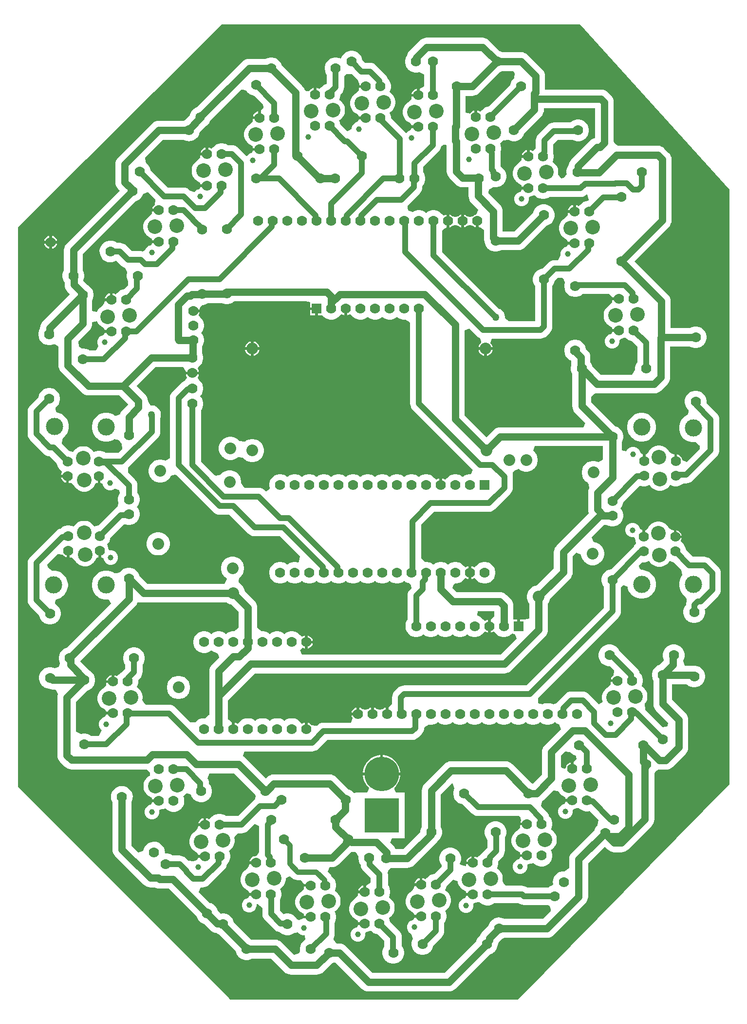
<source format=gtl>
G04*
G04 #@! TF.GenerationSoftware,Altium Limited,Altium Designer,24.8.2 (39)*
G04*
G04 Layer_Physical_Order=1*
G04 Layer_Color=255*
%FSLAX44Y44*%
%MOMM*%
G71*
G04*
G04 #@! TF.SameCoordinates,A64931F2-2A1F-4A1D-9477-064251C997AC*
G04*
G04*
G04 #@! TF.FilePolarity,Positive*
G04*
G01*
G75*
%ADD22C,1.0000*%
%ADD23C,1.2700*%
%ADD24C,0.8890*%
%ADD25C,1.7780*%
%ADD26C,2.5400*%
%ADD27C,1.0000*%
%ADD28C,2.0320*%
%ADD29R,1.7780X1.7780*%
%ADD30C,1.6510*%
%ADD31R,6.0000X6.0000*%
%ADD32C,6.0000*%
%ADD33C,1.2700*%
%ADD34C,3.0000*%
G36*
X4296410Y1751383D02*
Y717975D01*
X3929680Y344170D01*
X3429000D01*
X3059430Y713740D01*
Y1685723D01*
X3414689Y2038350D01*
X4036644D01*
X4296410Y1751383D01*
D02*
G37*
%LPC*%
G36*
X3752940Y1926323D02*
X3751028Y1925811D01*
X3748422Y1924306D01*
X3746294Y1922178D01*
X3744789Y1919572D01*
X3744277Y1917660D01*
X3752940D01*
Y1926323D01*
D02*
G37*
G36*
X3867310Y2015249D02*
X3770335D01*
X3767130Y2014933D01*
X3764048Y2013999D01*
X3761208Y2012480D01*
X3758718Y2010437D01*
X3740449Y1992168D01*
X3738406Y1989678D01*
X3736888Y1986838D01*
X3736195Y1984556D01*
X3734840Y1982528D01*
X3733416Y1979090D01*
X3732690Y1975441D01*
Y1971720D01*
X3733416Y1968070D01*
X3734840Y1964632D01*
X3736907Y1961538D01*
X3739538Y1958907D01*
X3742632Y1956840D01*
X3746070Y1955416D01*
X3749720Y1954690D01*
X3753441D01*
X3757090Y1955416D01*
X3757742Y1955686D01*
X3764393Y1952291D01*
X3765742Y1950703D01*
Y1931648D01*
X3763446Y1929372D01*
X3757940Y1926411D01*
Y1915160D01*
X3755440D01*
Y1912660D01*
X3743901D01*
X3743510Y1909107D01*
X3739539Y1904009D01*
X3739415Y1903957D01*
X3736087Y1901734D01*
X3733257Y1898903D01*
X3731033Y1895575D01*
X3729501Y1891877D01*
X3728720Y1887951D01*
Y1883949D01*
X3729501Y1880023D01*
X3731033Y1876325D01*
X3733257Y1872997D01*
X3736087Y1870166D01*
X3739415Y1867943D01*
X3743282Y1865517D01*
X3743822Y1862660D01*
X3755440D01*
Y1857660D01*
X3743595D01*
X3742314Y1854586D01*
X3738769Y1852920D01*
X3735891Y1851258D01*
X3734343Y1849711D01*
X3734298Y1849713D01*
X3708290Y1875721D01*
Y1877261D01*
X3707564Y1880910D01*
X3706140Y1884348D01*
X3705637Y1885101D01*
X3708653Y1887116D01*
X3711483Y1889947D01*
X3713707Y1893275D01*
X3715239Y1896973D01*
X3716020Y1900899D01*
Y1904901D01*
X3715239Y1908827D01*
X3713707Y1912525D01*
X3711483Y1915853D01*
X3708653Y1918683D01*
X3705637Y1920699D01*
X3706140Y1921452D01*
X3707564Y1924890D01*
X3708290Y1928539D01*
Y1932260D01*
X3707564Y1935910D01*
X3706140Y1939348D01*
X3704073Y1942442D01*
X3702431Y1944084D01*
X3701837Y1946042D01*
X3700444Y1948648D01*
X3698569Y1950932D01*
X3682539Y1966962D01*
X3680255Y1968837D01*
X3677650Y1970229D01*
X3674822Y1971087D01*
X3671881Y1971377D01*
X3663339D01*
X3658570Y1976146D01*
X3657984Y1979090D01*
X3656560Y1982528D01*
X3654493Y1985622D01*
X3651862Y1988253D01*
X3648768Y1990320D01*
X3645330Y1991744D01*
X3641681Y1992470D01*
X3637960D01*
X3634310Y1991744D01*
X3630872Y1990320D01*
X3627778Y1988253D01*
X3625147Y1985622D01*
X3623080Y1982528D01*
X3621058Y1979262D01*
X3617390Y1980314D01*
X3613741Y1981040D01*
X3610020D01*
X3606370Y1980314D01*
X3602932Y1978890D01*
X3599838Y1976823D01*
X3597207Y1974192D01*
X3595140Y1971098D01*
X3593716Y1967660D01*
X3592990Y1964010D01*
Y1960289D01*
X3593716Y1956640D01*
X3595140Y1953202D01*
X3596807Y1950707D01*
Y1935328D01*
X3596526Y1935047D01*
X3596210Y1934984D01*
X3592772Y1933560D01*
X3589678Y1931493D01*
X3587047Y1928862D01*
X3583727Y1926270D01*
X3580732Y1927471D01*
X3578820Y1927983D01*
Y1916820D01*
X3573820D01*
Y1927983D01*
X3571908Y1927471D01*
X3569302Y1925966D01*
X3567174Y1923838D01*
X3566440Y1922567D01*
X3560719Y1922602D01*
X3558212Y1923655D01*
X3557398Y1926337D01*
X3555880Y1929178D01*
X3553837Y1931667D01*
X3518393Y1967111D01*
X3518284Y1967660D01*
X3516860Y1971098D01*
X3514793Y1974192D01*
X3512162Y1976823D01*
X3509068Y1978890D01*
X3505630Y1980314D01*
X3501981Y1981040D01*
X3498260D01*
X3494610Y1980314D01*
X3491172Y1978890D01*
X3490707Y1978579D01*
X3461753D01*
X3458548Y1978264D01*
X3455466Y1977328D01*
X3452625Y1975810D01*
X3450136Y1973767D01*
X3370674Y1894305D01*
X3369093Y1893768D01*
X3365978Y1891970D01*
X3363275Y1889599D01*
X3361086Y1886747D01*
X3359496Y1883521D01*
X3358824Y1881017D01*
X3349686Y1871879D01*
X3349338Y1871770D01*
X3347466Y1870742D01*
X3304653D01*
X3301448Y1870427D01*
X3298366Y1869492D01*
X3295526Y1867974D01*
X3293036Y1865930D01*
X3233688Y1806582D01*
X3231644Y1804092D01*
X3230126Y1801252D01*
X3229191Y1798170D01*
X3228876Y1794965D01*
Y1764411D01*
X3229191Y1761205D01*
X3230126Y1758123D01*
X3231644Y1755283D01*
X3233688Y1752793D01*
X3236638Y1749843D01*
X3144333Y1657537D01*
X3142290Y1655048D01*
X3140771Y1652207D01*
X3139837Y1649125D01*
X3139521Y1645920D01*
Y1610883D01*
X3139210Y1610418D01*
X3137786Y1606980D01*
X3137060Y1603331D01*
Y1599610D01*
X3137786Y1595960D01*
X3139210Y1592522D01*
X3140767Y1590193D01*
Y1585820D01*
X3141082Y1582614D01*
X3142017Y1579532D01*
X3143535Y1576692D01*
X3145579Y1574203D01*
X3150278Y1569503D01*
X3103152Y1522376D01*
X3101109Y1519886D01*
X3099590Y1517046D01*
X3098655Y1513964D01*
X3098340Y1510759D01*
Y1510374D01*
X3097300Y1508818D01*
X3095876Y1505380D01*
X3095150Y1501730D01*
Y1498009D01*
X3095876Y1494360D01*
X3097300Y1490922D01*
X3099367Y1487828D01*
X3101998Y1485197D01*
X3105092Y1483130D01*
X3108530Y1481706D01*
X3112180Y1480980D01*
X3115901D01*
X3119550Y1481706D01*
X3122156Y1482785D01*
X3125109Y1481700D01*
X3130156Y1478298D01*
Y1445972D01*
X3130471Y1442767D01*
X3131407Y1439685D01*
X3132925Y1436845D01*
X3134968Y1434355D01*
X3170599Y1398724D01*
X3173089Y1396681D01*
X3175929Y1395163D01*
X3179011Y1394228D01*
X3182216Y1393912D01*
X3236134D01*
X3251713Y1378333D01*
X3240853Y1367473D01*
X3238810Y1364983D01*
X3237292Y1362143D01*
X3237039Y1361310D01*
X3230677Y1358678D01*
X3228264Y1358515D01*
X3224942Y1360735D01*
X3220392Y1362619D01*
X3215562Y1363580D01*
X3210638D01*
X3205808Y1362619D01*
X3201258Y1360735D01*
X3197163Y1357999D01*
X3193681Y1354517D01*
X3190945Y1350422D01*
X3189061Y1345872D01*
X3188100Y1341042D01*
Y1336118D01*
X3189061Y1331288D01*
X3190945Y1326738D01*
X3193681Y1322643D01*
X3197163Y1319161D01*
X3201258Y1316425D01*
X3205808Y1314541D01*
X3210638Y1313580D01*
X3215562D01*
X3220392Y1314541D01*
X3224942Y1316425D01*
X3226506Y1317470D01*
X3227350Y1317647D01*
X3234684Y1316014D01*
X3236179Y1314990D01*
X3237797Y1312568D01*
X3240428Y1309937D01*
X3241138Y1300808D01*
X3234292Y1293963D01*
X3212233D01*
X3209738Y1295630D01*
X3206300Y1297054D01*
X3202650Y1297780D01*
X3198929D01*
X3195280Y1297054D01*
X3191842Y1295630D01*
X3191089Y1295127D01*
X3189074Y1298143D01*
X3186243Y1300974D01*
X3182915Y1303197D01*
X3179217Y1304729D01*
X3175291Y1305510D01*
X3171289D01*
X3167363Y1304729D01*
X3163665Y1303197D01*
X3160337Y1300974D01*
X3157506Y1298143D01*
X3155491Y1295127D01*
X3154738Y1295630D01*
X3151300Y1297054D01*
X3148356Y1297640D01*
X3136319Y1309677D01*
X3135941Y1311635D01*
X3137675Y1319635D01*
X3138867Y1320431D01*
X3142349Y1323913D01*
X3145085Y1328008D01*
X3146969Y1332558D01*
X3147930Y1337388D01*
Y1342312D01*
X3146969Y1347142D01*
X3145085Y1351692D01*
X3142349Y1355787D01*
X3138867Y1359269D01*
X3134772Y1362005D01*
X3130222Y1363889D01*
X3126744Y1364581D01*
X3125300Y1368760D01*
X3125203Y1372850D01*
X3126082Y1373437D01*
X3128713Y1376068D01*
X3130780Y1379162D01*
X3132204Y1382600D01*
X3132930Y1386250D01*
Y1389971D01*
X3132204Y1393620D01*
X3130780Y1397058D01*
X3128713Y1400152D01*
X3126082Y1402783D01*
X3122988Y1404850D01*
X3119550Y1406274D01*
X3115901Y1407000D01*
X3112180D01*
X3108530Y1406274D01*
X3105092Y1404850D01*
X3101998Y1402783D01*
X3099367Y1400152D01*
X3097300Y1397058D01*
X3095876Y1393620D01*
X3095291Y1390676D01*
X3080922Y1376308D01*
X3079048Y1374024D01*
X3077655Y1371418D01*
X3076797Y1368591D01*
X3076507Y1365650D01*
Y1326864D01*
X3076797Y1323924D01*
X3077655Y1321096D01*
X3079048Y1318491D01*
X3080922Y1316207D01*
X3104423Y1292705D01*
X3106707Y1290831D01*
X3109313Y1289438D01*
X3112141Y1288580D01*
X3115073Y1288291D01*
X3127040Y1276324D01*
X3127626Y1273380D01*
X3129050Y1269942D01*
X3131117Y1266848D01*
X3133748Y1264217D01*
X3136340Y1260897D01*
X3135139Y1257902D01*
X3134627Y1255990D01*
X3145790D01*
Y1253490D01*
X3148290D01*
Y1241951D01*
X3151843Y1241560D01*
X3156941Y1237589D01*
X3156992Y1237465D01*
X3159216Y1234137D01*
X3162047Y1231306D01*
X3165375Y1229083D01*
X3169073Y1227551D01*
X3172999Y1226770D01*
X3177001D01*
X3180927Y1227551D01*
X3184625Y1229083D01*
X3187953Y1231306D01*
X3190784Y1234137D01*
X3193008Y1237465D01*
X3195433Y1241332D01*
X3198290Y1241872D01*
Y1253490D01*
X3203290D01*
Y1241645D01*
X3206364Y1240364D01*
X3208030Y1236819D01*
X3209691Y1233941D01*
X3212041Y1231591D01*
X3214919Y1229930D01*
X3218129Y1229070D01*
X3221452D01*
X3224661Y1229930D01*
X3227539Y1231591D01*
X3227845Y1231897D01*
X3235898Y1229135D01*
X3236965Y1223647D01*
X3235730Y1221798D01*
X3234306Y1218360D01*
X3233580Y1214710D01*
Y1210990D01*
X3234306Y1207340D01*
X3233181Y1201365D01*
X3230298Y1198494D01*
X3228013Y1196619D01*
X3228013Y1196619D01*
X3199494Y1168100D01*
X3196550Y1167514D01*
X3193112Y1166090D01*
X3192359Y1165587D01*
X3190344Y1168603D01*
X3187513Y1171433D01*
X3184185Y1173657D01*
X3180487Y1175189D01*
X3176561Y1175970D01*
X3172559D01*
X3168633Y1175189D01*
X3164935Y1173657D01*
X3161607Y1171433D01*
X3158777Y1168603D01*
X3156761Y1165587D01*
X3156008Y1166090D01*
X3152570Y1167514D01*
X3148921Y1168240D01*
X3145200D01*
X3141550Y1167514D01*
X3138112Y1166090D01*
X3135018Y1164023D01*
X3133376Y1162381D01*
X3131418Y1161787D01*
X3128812Y1160394D01*
X3126528Y1158519D01*
X3081002Y1112993D01*
X3079128Y1110709D01*
X3077735Y1108104D01*
X3076877Y1105276D01*
X3076588Y1102336D01*
Y1038380D01*
X3076877Y1035440D01*
X3077735Y1032612D01*
X3079128Y1030006D01*
X3081002Y1027722D01*
X3096560Y1012164D01*
X3097146Y1009220D01*
X3098570Y1005782D01*
X3100637Y1002688D01*
X3103268Y1000057D01*
X3106362Y997990D01*
X3109800Y996566D01*
X3113449Y995840D01*
X3117170D01*
X3120820Y996566D01*
X3124258Y997990D01*
X3127352Y1000057D01*
X3129983Y1002688D01*
X3132050Y1005782D01*
X3133474Y1009220D01*
X3134200Y1012869D01*
Y1016590D01*
X3133474Y1020240D01*
X3132050Y1023678D01*
X3129983Y1026772D01*
X3127352Y1029403D01*
X3124400Y1031375D01*
X3124244Y1032240D01*
X3124196Y1035036D01*
X3125631Y1039560D01*
X3128952Y1040221D01*
X3133502Y1042105D01*
X3137597Y1044841D01*
X3141079Y1048323D01*
X3143815Y1052418D01*
X3145699Y1056968D01*
X3146660Y1061798D01*
Y1066722D01*
X3145699Y1071552D01*
X3143815Y1076102D01*
X3141079Y1080197D01*
X3137597Y1083679D01*
X3133502Y1086415D01*
X3128952Y1088299D01*
X3124122Y1089260D01*
X3119198D01*
X3111401Y1095035D01*
X3111011Y1100371D01*
X3128560Y1117920D01*
X3130220Y1118262D01*
X3137914Y1116932D01*
X3140042Y1114804D01*
X3142648Y1113299D01*
X3144560Y1112787D01*
Y1123950D01*
X3149560D01*
Y1112411D01*
X3153113Y1112020D01*
X3158211Y1108049D01*
X3158263Y1107925D01*
X3160486Y1104597D01*
X3163317Y1101766D01*
X3166645Y1099543D01*
X3170343Y1098011D01*
X3174269Y1097230D01*
X3178271D01*
X3182197Y1098011D01*
X3185895Y1099543D01*
X3189223Y1101766D01*
X3192054Y1104597D01*
X3194277Y1107925D01*
X3196703Y1111792D01*
X3199560Y1112332D01*
Y1123950D01*
X3204560D01*
Y1112105D01*
X3207634Y1110824D01*
X3209300Y1107279D01*
X3210962Y1104401D01*
X3213311Y1102051D01*
X3216189Y1100390D01*
X3219398Y1099530D01*
X3222722D01*
X3225931Y1100390D01*
X3228809Y1102051D01*
X3231159Y1104401D01*
X3232820Y1107279D01*
X3233680Y1110489D01*
Y1113811D01*
X3232820Y1117021D01*
X3231159Y1119899D01*
X3228809Y1122248D01*
X3225931Y1123910D01*
X3222722Y1124770D01*
X3219398Y1124770D01*
X3217239Y1125930D01*
X3215168Y1135543D01*
X3216456Y1137032D01*
X3216733Y1137308D01*
X3218800Y1140402D01*
X3220224Y1143840D01*
X3220810Y1146784D01*
X3244380Y1170355D01*
X3246960Y1169286D01*
X3250609Y1168560D01*
X3254330D01*
X3257980Y1169286D01*
X3261418Y1170710D01*
X3264512Y1172777D01*
X3267143Y1175408D01*
X3269210Y1178502D01*
X3270634Y1181940D01*
X3271360Y1185590D01*
Y1189311D01*
X3270634Y1192960D01*
X3269210Y1196398D01*
X3267143Y1199492D01*
X3266484Y1200150D01*
X3267143Y1200808D01*
X3269210Y1203902D01*
X3270634Y1207340D01*
X3271360Y1210990D01*
Y1214710D01*
X3270634Y1218360D01*
X3269210Y1221798D01*
X3267543Y1224293D01*
Y1237294D01*
X3267253Y1240235D01*
X3266395Y1243062D01*
X3265002Y1245668D01*
X3263128Y1247952D01*
X3252092Y1258988D01*
X3251589Y1260154D01*
X3251194Y1268232D01*
X3302991Y1320030D01*
X3304866Y1322314D01*
X3306259Y1324920D01*
X3307116Y1327747D01*
X3307406Y1330688D01*
Y1355025D01*
X3307562Y1355401D01*
X3308190Y1358560D01*
Y1361780D01*
X3307562Y1364939D01*
X3306329Y1367915D01*
X3304540Y1370592D01*
X3302263Y1372870D01*
X3299585Y1374659D01*
X3296609Y1375892D01*
X3293450Y1376520D01*
X3290230D01*
X3285590Y1383754D01*
Y1384119D01*
X3285274Y1387325D01*
X3284339Y1390406D01*
X3282821Y1393247D01*
X3280778Y1395737D01*
X3266173Y1410341D01*
X3298633Y1442801D01*
X3346437D01*
X3348620Y1440634D01*
X3351589Y1435060D01*
X3362960D01*
X3374123D01*
X3373611Y1436972D01*
X3372564Y1440365D01*
X3375002Y1444557D01*
X3377633Y1447188D01*
X3379700Y1450282D01*
X3381124Y1453720D01*
X3381850Y1457370D01*
Y1461091D01*
X3381124Y1464740D01*
X3380024Y1467395D01*
Y1479346D01*
X3380970Y1480762D01*
X3382394Y1484200D01*
X3383120Y1487849D01*
Y1491570D01*
X3382394Y1495220D01*
X3380970Y1498658D01*
X3378903Y1501752D01*
X3378245Y1502410D01*
X3378903Y1503068D01*
X3380970Y1506162D01*
X3382394Y1509600D01*
X3383120Y1513250D01*
Y1516971D01*
X3382394Y1520620D01*
X3380970Y1524058D01*
X3378903Y1527152D01*
X3376272Y1529783D01*
X3373680Y1533103D01*
X3374881Y1536098D01*
X3375393Y1538010D01*
X3364230D01*
Y1543010D01*
X3375393D01*
X3375364Y1543120D01*
X3375907Y1544986D01*
X3377710Y1547791D01*
X3380708Y1550830D01*
X3381331D01*
X3384980Y1551556D01*
X3388418Y1552980D01*
X3389833Y1553926D01*
X3414485D01*
X3417140Y1552826D01*
X3420789Y1552100D01*
X3424510D01*
X3428160Y1552826D01*
X3431598Y1554250D01*
X3434692Y1556317D01*
X3435475Y1557101D01*
X3559990D01*
X3567430Y1555750D01*
Y1546820D01*
X3578860D01*
Y1544320D01*
X3581360D01*
Y1532890D01*
X3589178D01*
X3589587Y1532278D01*
X3592218Y1529647D01*
X3595312Y1527580D01*
X3598750Y1526156D01*
X3602400Y1525430D01*
X3606121D01*
X3609770Y1526156D01*
X3613208Y1527580D01*
X3616302Y1529647D01*
X3618933Y1532278D01*
X3622253Y1534870D01*
X3625248Y1533669D01*
X3627160Y1533157D01*
Y1544320D01*
X3632160D01*
Y1533157D01*
X3634072Y1533669D01*
X3637067Y1534870D01*
X3640387Y1532278D01*
X3643018Y1529647D01*
X3646112Y1527580D01*
X3649550Y1526156D01*
X3653199Y1525430D01*
X3656920D01*
X3660570Y1526156D01*
X3664008Y1527580D01*
X3667102Y1529647D01*
X3667760Y1530305D01*
X3668418Y1529647D01*
X3671512Y1527580D01*
X3674950Y1526156D01*
X3678600Y1525430D01*
X3682321D01*
X3685970Y1526156D01*
X3689408Y1527580D01*
X3692502Y1529647D01*
X3693160Y1530305D01*
X3693818Y1529647D01*
X3696912Y1527580D01*
X3700350Y1526156D01*
X3704000Y1525430D01*
X3707721D01*
X3711370Y1526156D01*
X3714808Y1527580D01*
X3717902Y1529647D01*
X3718560Y1530305D01*
X3719218Y1529647D01*
X3722312Y1527580D01*
X3725750Y1526156D01*
X3729399Y1525430D01*
X3733120D01*
X3733587Y1525523D01*
X3740269Y1521316D01*
X3741588Y1519492D01*
Y1379798D01*
X3741877Y1376858D01*
X3742735Y1374030D01*
X3744128Y1371425D01*
X3746002Y1369140D01*
X3850448Y1264695D01*
X3848100Y1258835D01*
X3846689Y1257140D01*
X3843700D01*
X3840050Y1256414D01*
X3836612Y1254990D01*
X3833518Y1252923D01*
X3832860Y1252264D01*
X3832202Y1252923D01*
X3829108Y1254990D01*
X3825670Y1256414D01*
X3822021Y1257140D01*
X3818300D01*
X3814650Y1256414D01*
X3811212Y1254990D01*
X3808118Y1252923D01*
X3805487Y1250292D01*
X3802167Y1247700D01*
X3799172Y1248901D01*
X3797260Y1249413D01*
Y1238250D01*
X3792260D01*
Y1249413D01*
X3790348Y1248901D01*
X3787353Y1247700D01*
X3784033Y1250292D01*
X3781402Y1252923D01*
X3778308Y1254990D01*
X3774870Y1256414D01*
X3771220Y1257140D01*
X3767499D01*
X3763850Y1256414D01*
X3760412Y1254990D01*
X3757318Y1252923D01*
X3756660Y1252264D01*
X3756002Y1252923D01*
X3752908Y1254990D01*
X3749470Y1256414D01*
X3745821Y1257140D01*
X3742100D01*
X3738450Y1256414D01*
X3735012Y1254990D01*
X3731918Y1252923D01*
X3731260Y1252264D01*
X3730602Y1252923D01*
X3727508Y1254990D01*
X3724070Y1256414D01*
X3720421Y1257140D01*
X3716700D01*
X3713050Y1256414D01*
X3709612Y1254990D01*
X3706518Y1252923D01*
X3705860Y1252264D01*
X3705202Y1252923D01*
X3702108Y1254990D01*
X3698670Y1256414D01*
X3695020Y1257140D01*
X3691299D01*
X3687650Y1256414D01*
X3684212Y1254990D01*
X3681118Y1252923D01*
X3680460Y1252264D01*
X3679802Y1252923D01*
X3676708Y1254990D01*
X3673270Y1256414D01*
X3669620Y1257140D01*
X3665899D01*
X3662250Y1256414D01*
X3658812Y1254990D01*
X3655718Y1252923D01*
X3655060Y1252264D01*
X3654402Y1252923D01*
X3651308Y1254990D01*
X3647870Y1256414D01*
X3644221Y1257140D01*
X3640500D01*
X3636850Y1256414D01*
X3633412Y1254990D01*
X3630318Y1252923D01*
X3629660Y1252264D01*
X3629002Y1252923D01*
X3625908Y1254990D01*
X3622470Y1256414D01*
X3618820Y1257140D01*
X3615099D01*
X3611450Y1256414D01*
X3608012Y1254990D01*
X3604918Y1252923D01*
X3604260Y1252264D01*
X3603602Y1252923D01*
X3600508Y1254990D01*
X3597070Y1256414D01*
X3593420Y1257140D01*
X3589699D01*
X3586050Y1256414D01*
X3582612Y1254990D01*
X3579518Y1252923D01*
X3578860Y1252264D01*
X3578202Y1252923D01*
X3575108Y1254990D01*
X3571670Y1256414D01*
X3568021Y1257140D01*
X3564300D01*
X3560650Y1256414D01*
X3557212Y1254990D01*
X3554118Y1252923D01*
X3553460Y1252264D01*
X3552802Y1252923D01*
X3549708Y1254990D01*
X3546270Y1256414D01*
X3542621Y1257140D01*
X3538900D01*
X3535250Y1256414D01*
X3531812Y1254990D01*
X3528718Y1252923D01*
X3528060Y1252264D01*
X3527402Y1252923D01*
X3524308Y1254990D01*
X3520870Y1256414D01*
X3517220Y1257140D01*
X3513499D01*
X3509850Y1256414D01*
X3506412Y1254990D01*
X3503318Y1252923D01*
X3500687Y1250292D01*
X3498620Y1247198D01*
X3497196Y1243760D01*
X3496470Y1240110D01*
Y1236389D01*
X3497196Y1232740D01*
X3497877Y1231095D01*
X3491095Y1226564D01*
X3488831Y1228828D01*
X3486547Y1230702D01*
X3483941Y1232095D01*
X3481114Y1232953D01*
X3478173Y1233242D01*
X3454032D01*
X3452623Y1234099D01*
X3447870Y1241243D01*
X3447890Y1241344D01*
Y1245316D01*
X3447115Y1249211D01*
X3445595Y1252879D01*
X3443389Y1256181D01*
X3440581Y1258989D01*
X3437279Y1261196D01*
X3433611Y1262715D01*
X3429716Y1263490D01*
X3425744D01*
X3421849Y1262715D01*
X3418181Y1261196D01*
X3414879Y1258989D01*
X3412071Y1256181D01*
X3412013Y1256095D01*
X3403601Y1254405D01*
X3401999Y1254795D01*
X3378033Y1278762D01*
Y1367777D01*
X3379700Y1370272D01*
X3381124Y1373710D01*
X3381850Y1377359D01*
Y1381080D01*
X3381124Y1384730D01*
X3379700Y1388168D01*
X3377633Y1391262D01*
X3376339Y1392555D01*
X3377633Y1393848D01*
X3379700Y1396942D01*
X3381124Y1400380D01*
X3381850Y1404030D01*
Y1407751D01*
X3381124Y1411400D01*
X3379700Y1414838D01*
X3377633Y1417932D01*
X3375002Y1420563D01*
X3372564Y1424755D01*
X3373611Y1428148D01*
X3374123Y1430060D01*
X3362960D01*
X3351797D01*
X3352309Y1428148D01*
X3353330Y1424840D01*
X3349199Y1418843D01*
X3348723Y1418368D01*
X3348588Y1418327D01*
X3345982Y1416934D01*
X3343698Y1415059D01*
X3328412Y1399774D01*
X3326537Y1397489D01*
X3325145Y1394884D01*
X3324287Y1392056D01*
X3323997Y1389116D01*
Y1284944D01*
X3318331Y1281331D01*
X3315997Y1280507D01*
X3312961Y1281765D01*
X3309066Y1282540D01*
X3305094D01*
X3301200Y1281765D01*
X3297531Y1280246D01*
X3294229Y1278039D01*
X3291421Y1275231D01*
X3289214Y1271929D01*
X3287695Y1268260D01*
X3286920Y1264366D01*
Y1260394D01*
X3287695Y1256499D01*
X3289214Y1252831D01*
X3291421Y1249529D01*
X3294229Y1246721D01*
X3297531Y1244514D01*
X3301200Y1242995D01*
X3305094Y1242220D01*
X3309066D01*
X3312961Y1242995D01*
X3316629Y1244514D01*
X3319931Y1246721D01*
X3322739Y1249529D01*
X3324945Y1252831D01*
X3325411Y1253956D01*
X3332140Y1256242D01*
X3334549Y1256132D01*
X3399773Y1190908D01*
X3402057Y1189034D01*
X3404663Y1187641D01*
X3407490Y1186783D01*
X3410431Y1186493D01*
X3427669D01*
X3460504Y1153658D01*
X3462788Y1151784D01*
X3465394Y1150391D01*
X3468222Y1149533D01*
X3471162Y1149244D01*
X3515236D01*
X3549883Y1114596D01*
X3548263Y1104903D01*
X3546363Y1103976D01*
X3546270Y1104014D01*
X3542621Y1104740D01*
X3538900D01*
X3535250Y1104014D01*
X3531812Y1102590D01*
X3528718Y1100523D01*
X3528060Y1099865D01*
X3527402Y1100523D01*
X3524308Y1102590D01*
X3520870Y1104014D01*
X3517220Y1104740D01*
X3513499D01*
X3509850Y1104014D01*
X3506412Y1102590D01*
X3503318Y1100523D01*
X3500687Y1097892D01*
X3498620Y1094798D01*
X3497196Y1091360D01*
X3496470Y1087710D01*
Y1083989D01*
X3497196Y1080340D01*
X3498620Y1076902D01*
X3500687Y1073808D01*
X3503318Y1071177D01*
X3506412Y1069110D01*
X3509850Y1067686D01*
X3513499Y1066960D01*
X3517220D01*
X3520870Y1067686D01*
X3524308Y1069110D01*
X3527402Y1071177D01*
X3528060Y1071835D01*
X3528718Y1071177D01*
X3531812Y1069110D01*
X3535250Y1067686D01*
X3538900Y1066960D01*
X3542621D01*
X3546270Y1067686D01*
X3549708Y1069110D01*
X3552802Y1071177D01*
X3553460Y1071835D01*
X3554118Y1071177D01*
X3557212Y1069110D01*
X3560650Y1067686D01*
X3564300Y1066960D01*
X3568021D01*
X3571670Y1067686D01*
X3575108Y1069110D01*
X3578202Y1071177D01*
X3578860Y1071835D01*
X3579518Y1071177D01*
X3582612Y1069110D01*
X3586050Y1067686D01*
X3589699Y1066960D01*
X3593420D01*
X3597070Y1067686D01*
X3600508Y1069110D01*
X3603602Y1071177D01*
X3604260Y1071835D01*
X3604918Y1071177D01*
X3608012Y1069110D01*
X3611450Y1067686D01*
X3615099Y1066960D01*
X3618820D01*
X3622470Y1067686D01*
X3625908Y1069110D01*
X3629002Y1071177D01*
X3629660Y1071835D01*
X3630318Y1071177D01*
X3633412Y1069110D01*
X3636850Y1067686D01*
X3640500Y1066960D01*
X3644221D01*
X3647870Y1067686D01*
X3651308Y1069110D01*
X3654402Y1071177D01*
X3655060Y1071835D01*
X3655718Y1071177D01*
X3658812Y1069110D01*
X3662250Y1067686D01*
X3665899Y1066960D01*
X3669620D01*
X3673270Y1067686D01*
X3676708Y1069110D01*
X3679802Y1071177D01*
X3680460Y1071835D01*
X3681118Y1071177D01*
X3684212Y1069110D01*
X3687650Y1067686D01*
X3691299Y1066960D01*
X3695020D01*
X3698670Y1067686D01*
X3702108Y1069110D01*
X3705202Y1071177D01*
X3705860Y1071835D01*
X3706518Y1071177D01*
X3709612Y1069110D01*
X3713050Y1067686D01*
X3716700Y1066960D01*
X3720421D01*
X3724070Y1067686D01*
X3727508Y1069110D01*
X3730602Y1071177D01*
X3731260Y1071835D01*
X3731918Y1071177D01*
X3735012Y1069110D01*
X3738450Y1067686D01*
X3740933Y1067192D01*
X3742833Y1063894D01*
X3744014Y1058960D01*
X3741615Y1056561D01*
X3739741Y1054277D01*
X3738348Y1051671D01*
X3737491Y1048844D01*
X3737201Y1045903D01*
Y1004234D01*
X3735533Y1001738D01*
X3734109Y998300D01*
X3733383Y994651D01*
Y990930D01*
X3734109Y987281D01*
X3735533Y983843D01*
X3737600Y980749D01*
X3740232Y978118D01*
X3743326Y976050D01*
X3746763Y974626D01*
X3750413Y973901D01*
X3754134D01*
X3757783Y974626D01*
X3761221Y976050D01*
X3764315Y978118D01*
X3764973Y978776D01*
X3765632Y978118D01*
X3768726Y976050D01*
X3772163Y974626D01*
X3775813Y973901D01*
X3779534D01*
X3783183Y974626D01*
X3786621Y976050D01*
X3789715Y978118D01*
X3790373Y978776D01*
X3791032Y978118D01*
X3794126Y976050D01*
X3797563Y974626D01*
X3801213Y973901D01*
X3804934D01*
X3808583Y974626D01*
X3812021Y976050D01*
X3815115Y978118D01*
X3815773Y978776D01*
X3816432Y978118D01*
X3819525Y976050D01*
X3822963Y974626D01*
X3826613Y973901D01*
X3830334D01*
X3833983Y974626D01*
X3837421Y976050D01*
X3840515Y978118D01*
X3841173Y978776D01*
X3841832Y978118D01*
X3844926Y976050D01*
X3848363Y974626D01*
X3852013Y973901D01*
X3855734D01*
X3859383Y974626D01*
X3862821Y976050D01*
X3865915Y978118D01*
X3868546Y980749D01*
X3871866Y983341D01*
X3874861Y982139D01*
X3876773Y981627D01*
Y992791D01*
Y1003954D01*
X3874861Y1003442D01*
X3871866Y1002241D01*
X3868546Y1004832D01*
X3865915Y1007463D01*
X3862821Y1009531D01*
X3859383Y1010955D01*
X3857922Y1011245D01*
X3858710Y1019245D01*
X3888244D01*
Y1010047D01*
X3887227Y1008573D01*
X3881773Y1004892D01*
Y992791D01*
Y981627D01*
X3883685Y982139D01*
X3886681Y983341D01*
X3890001Y980749D01*
X3892632Y978118D01*
X3895726Y976050D01*
X3899163Y974626D01*
X3902813Y973901D01*
X3906534D01*
X3910183Y974626D01*
X3913621Y976050D01*
X3916715Y978118D01*
X3918468Y979871D01*
X3923161Y979523D01*
X3926071Y974064D01*
X3926412Y971461D01*
X3898480Y943529D01*
X3553123D01*
X3550061Y950872D01*
X3555185Y955144D01*
X3556668Y954549D01*
X3558580Y954037D01*
Y965200D01*
Y976363D01*
X3556668Y975851D01*
X3553673Y974650D01*
X3550353Y977242D01*
X3547722Y979873D01*
X3544628Y981940D01*
X3541190Y983364D01*
X3537541Y984090D01*
X3533820D01*
X3530170Y983364D01*
X3526732Y981940D01*
X3523638Y979873D01*
X3522980Y979214D01*
X3522322Y979873D01*
X3519228Y981940D01*
X3515790Y983364D01*
X3512141Y984090D01*
X3508419D01*
X3504770Y983364D01*
X3501332Y981940D01*
X3498238Y979873D01*
X3497580Y979214D01*
X3496922Y979873D01*
X3493828Y981940D01*
X3490390Y983364D01*
X3486740Y984090D01*
X3483019D01*
X3476422Y989519D01*
X3475909Y990590D01*
Y1024890D01*
X3475594Y1028095D01*
X3474659Y1031177D01*
X3473140Y1034017D01*
X3471097Y1036507D01*
X3453970Y1053635D01*
X3453465Y1056171D01*
X3451945Y1059839D01*
X3449739Y1063141D01*
X3446931Y1065949D01*
X3444261Y1067733D01*
X3443536Y1070734D01*
X3443964Y1076676D01*
X3445661Y1077811D01*
X3448469Y1080619D01*
X3450675Y1083921D01*
X3452195Y1087589D01*
X3452970Y1091484D01*
Y1095456D01*
X3452195Y1099351D01*
X3450675Y1103019D01*
X3448469Y1106321D01*
X3445661Y1109129D01*
X3442359Y1111336D01*
X3438690Y1112855D01*
X3434796Y1113630D01*
X3430824D01*
X3426930Y1112855D01*
X3423261Y1111336D01*
X3419959Y1109129D01*
X3417151Y1106321D01*
X3414944Y1103019D01*
X3413425Y1099351D01*
X3412650Y1095456D01*
Y1091484D01*
X3413425Y1087589D01*
X3414944Y1083921D01*
X3417151Y1080619D01*
X3419959Y1077811D01*
X3422628Y1076027D01*
X3423007Y1074460D01*
X3418805Y1066719D01*
X3284675D01*
X3270743Y1080651D01*
X3270634Y1081200D01*
X3269210Y1084638D01*
X3267143Y1087732D01*
X3264512Y1090363D01*
X3261418Y1092430D01*
X3257980Y1093854D01*
X3254330Y1094580D01*
X3250609D01*
X3246960Y1093854D01*
X3243522Y1092430D01*
X3240428Y1090363D01*
X3237797Y1087732D01*
X3237196Y1086833D01*
X3231844Y1084764D01*
X3227186Y1084915D01*
X3224942Y1086415D01*
X3220392Y1088299D01*
X3215562Y1089260D01*
X3210638D01*
X3205808Y1088299D01*
X3201258Y1086415D01*
X3197163Y1083679D01*
X3193681Y1080197D01*
X3190945Y1076102D01*
X3189061Y1071552D01*
X3188100Y1066722D01*
Y1061798D01*
X3189061Y1056968D01*
X3190945Y1052418D01*
X3193681Y1048323D01*
X3197163Y1044841D01*
X3201258Y1042105D01*
X3205808Y1040221D01*
X3210638Y1039260D01*
X3215562D01*
X3217422Y1039630D01*
X3221363Y1032257D01*
X3144639Y955533D01*
X3144090Y955424D01*
X3140652Y954000D01*
X3137558Y951933D01*
X3134927Y949302D01*
X3132860Y946208D01*
X3131436Y942770D01*
X3130710Y939120D01*
Y935399D01*
X3131436Y931750D01*
X3132860Y928312D01*
X3132966Y928153D01*
X3131205Y922085D01*
X3124484Y919559D01*
X3124258Y919710D01*
X3120820Y921134D01*
X3117170Y921860D01*
X3113449D01*
X3109800Y921134D01*
X3106362Y919710D01*
X3103268Y917643D01*
X3100637Y915012D01*
X3098570Y911918D01*
X3097146Y908480D01*
X3096420Y904830D01*
Y901109D01*
X3097146Y897460D01*
X3098570Y894022D01*
X3100637Y890928D01*
X3103268Y888297D01*
X3106362Y886230D01*
X3109800Y884806D01*
X3113449Y884080D01*
X3113680D01*
X3113864Y883981D01*
X3116946Y883046D01*
X3120151Y882731D01*
X3124630D01*
X3125628Y881942D01*
X3129341Y874967D01*
X3128406Y871885D01*
X3128091Y868680D01*
Y768605D01*
X3128406Y765400D01*
X3129341Y762318D01*
X3130860Y759477D01*
X3132903Y756988D01*
X3141086Y748804D01*
X3143576Y746761D01*
X3146416Y745243D01*
X3149498Y744308D01*
X3152704Y743992D01*
X3284199D01*
X3288954Y737734D01*
X3289215Y733744D01*
X3288689Y733069D01*
X3288565Y733017D01*
X3285237Y730794D01*
X3282406Y727963D01*
X3280182Y724635D01*
X3278651Y720937D01*
X3277870Y717011D01*
Y713009D01*
X3278651Y709083D01*
X3280182Y705385D01*
X3282406Y702057D01*
X3285237Y699226D01*
X3288565Y697003D01*
X3292432Y694577D01*
X3292972Y691720D01*
X3304590D01*
Y686720D01*
X3292745D01*
X3291464Y683646D01*
X3287919Y681980D01*
X3285041Y680318D01*
X3282692Y677969D01*
X3281030Y675091D01*
X3280170Y671881D01*
Y668558D01*
X3281030Y665349D01*
X3282692Y662471D01*
X3285041Y660121D01*
X3287919Y658460D01*
X3291129Y657600D01*
X3294451D01*
X3297661Y658460D01*
X3300539Y660121D01*
X3302888Y662471D01*
X3304550Y665349D01*
X3305410Y668558D01*
X3305410Y671881D01*
X3306570Y674041D01*
X3316183Y676113D01*
X3317672Y674824D01*
X3317948Y674547D01*
X3321042Y672480D01*
X3324480Y671056D01*
X3328130Y670330D01*
X3331851D01*
X3335500Y671056D01*
X3338938Y672480D01*
X3342032Y674547D01*
X3344663Y677178D01*
X3346730Y680272D01*
X3348154Y683710D01*
X3348880Y687360D01*
Y691081D01*
X3348154Y694730D01*
X3347114Y697242D01*
X3350185Y700916D01*
X3352645Y702873D01*
X3360040Y700599D01*
X3361460Y697172D01*
X3363527Y694078D01*
X3366158Y691447D01*
X3369252Y689380D01*
X3372690Y687956D01*
X3376339Y687230D01*
X3380060D01*
X3383710Y687956D01*
X3387148Y689380D01*
X3390242Y691447D01*
X3392873Y694078D01*
X3394940Y697172D01*
X3396364Y700610D01*
X3397090Y704259D01*
Y707980D01*
X3396364Y711630D01*
X3394940Y715068D01*
X3392873Y718162D01*
X3391784Y719250D01*
Y720309D01*
X3391494Y723249D01*
X3390637Y726077D01*
X3389244Y728682D01*
X3392357Y736681D01*
X3436165D01*
X3471687Y701159D01*
X3471796Y700610D01*
X3473220Y697172D01*
X3472456Y693012D01*
X3470172Y691138D01*
X3442397Y663362D01*
X3421094D01*
X3418898Y664830D01*
X3415460Y666254D01*
X3411811Y666980D01*
X3408090D01*
X3404440Y666254D01*
X3401002Y664830D01*
X3397908Y662763D01*
X3397632Y662486D01*
X3391931Y657550D01*
X3388962Y658741D01*
X3387050Y659253D01*
Y648090D01*
X3384550D01*
Y645590D01*
X3373011D01*
X3372620Y642037D01*
X3368649Y636939D01*
X3368525Y636887D01*
X3365197Y634664D01*
X3362366Y631833D01*
X3360143Y628505D01*
X3358611Y624807D01*
X3357830Y620881D01*
Y616879D01*
X3358611Y612953D01*
X3360143Y609255D01*
X3362366Y605927D01*
X3365197Y603096D01*
X3368525Y600872D01*
X3372392Y598447D01*
X3372932Y595590D01*
X3384550D01*
Y590590D01*
X3372705D01*
X3371424Y587515D01*
X3367879Y585850D01*
X3365001Y584188D01*
X3356060Y585241D01*
X3351183Y590118D01*
X3348899Y591993D01*
X3346293Y593386D01*
X3343466Y594243D01*
X3340525Y594533D01*
X3328035D01*
X3327008Y595357D01*
X3323707Y597075D01*
X3320135Y598116D01*
X3316428Y598441D01*
X3315095Y599716D01*
X3315120Y600085D01*
X3314634Y603775D01*
X3313438Y607298D01*
X3311577Y610521D01*
X3309124Y613318D01*
X3306172Y615583D01*
X3302834Y617229D01*
X3299240Y618192D01*
X3295527Y618436D01*
X3291838Y617950D01*
X3288315Y616754D01*
X3285092Y614893D01*
X3282294Y612440D01*
X3280029Y609488D01*
X3278383Y606151D01*
X3277420Y602556D01*
X3269208Y599586D01*
X3256697Y612097D01*
Y686857D01*
X3258033Y689565D01*
X3258996Y693159D01*
X3259240Y696872D01*
X3258754Y700562D01*
X3257558Y704085D01*
X3255697Y707308D01*
X3253244Y710105D01*
X3250292Y712371D01*
X3246954Y714016D01*
X3243360Y714979D01*
X3239647Y715223D01*
X3235958Y714737D01*
X3232434Y713541D01*
X3229212Y711680D01*
X3226414Y709227D01*
X3224149Y706275D01*
X3222503Y702938D01*
X3221541Y699343D01*
X3221297Y695630D01*
X3221783Y691941D01*
X3222979Y688418D01*
X3223839Y686927D01*
Y605292D01*
X3224155Y602087D01*
X3225090Y599005D01*
X3226608Y596164D01*
X3228651Y593675D01*
X3278373Y543953D01*
X3280862Y541910D01*
X3283703Y540392D01*
X3286785Y539457D01*
X3289990Y539141D01*
X3298257D01*
X3299630Y538407D01*
X3302712Y537472D01*
X3305917Y537156D01*
X3321930D01*
X3370245Y488841D01*
X3371017Y486392D01*
X3372807Y483130D01*
X3375199Y480280D01*
X3378101Y477951D01*
X3381401Y476232D01*
X3383451Y475635D01*
X3394235Y464851D01*
X3396724Y462808D01*
X3399565Y461290D01*
X3402646Y460355D01*
X3404453Y460177D01*
X3407352Y458240D01*
X3409373Y457403D01*
X3438351Y428424D01*
X3438776Y426290D01*
X3440200Y422852D01*
X3442267Y419758D01*
X3444898Y417127D01*
X3447992Y415060D01*
X3451430Y413636D01*
X3455080Y412910D01*
X3458800D01*
X3462450Y413636D01*
X3465888Y415060D01*
X3466353Y415371D01*
X3500070D01*
X3523198Y392243D01*
X3525688Y390200D01*
X3528528Y388681D01*
X3531610Y387747D01*
X3534815Y387431D01*
X3578860D01*
X3582065Y387747D01*
X3585147Y388681D01*
X3587987Y390200D01*
X3590477Y392243D01*
X3605411Y407177D01*
X3605960Y407286D01*
X3609398Y408710D01*
X3609863Y409021D01*
X3611425D01*
X3657413Y363033D01*
X3659903Y360990D01*
X3662743Y359472D01*
X3665825Y358536D01*
X3669030Y358221D01*
X3808730D01*
X3811935Y358536D01*
X3815017Y359472D01*
X3817857Y360990D01*
X3820347Y363033D01*
X3879731Y422417D01*
X3880280Y422526D01*
X3883718Y423950D01*
X3886812Y426017D01*
X3889443Y428648D01*
X3891510Y431742D01*
X3892934Y435180D01*
X3893660Y438829D01*
Y439615D01*
X3894354Y440914D01*
X3895223Y443779D01*
X3901043Y449598D01*
X3903902Y450569D01*
X3905392Y451429D01*
X3979408D01*
X3982614Y451745D01*
X3985695Y452680D01*
X3988536Y454198D01*
X3991025Y456241D01*
X4046164Y511380D01*
X4048207Y513870D01*
X4049726Y516710D01*
X4050660Y519792D01*
X4050976Y522997D01*
Y580962D01*
X4079995Y609980D01*
X4084929Y605046D01*
X4087419Y603003D01*
X4090259Y601484D01*
X4093341Y600549D01*
X4096546Y600234D01*
X4109163D01*
X4112368Y600549D01*
X4115450Y601484D01*
X4118290Y603003D01*
X4120780Y605046D01*
X4161342Y645608D01*
X4163385Y648098D01*
X4164904Y650938D01*
X4165839Y654020D01*
X4166154Y657225D01*
Y737161D01*
X4168534Y740072D01*
X4172983Y743572D01*
X4174717Y743401D01*
X4186291D01*
X4189496Y743717D01*
X4192578Y744652D01*
X4195418Y746170D01*
X4197908Y748213D01*
X4220397Y770703D01*
X4222440Y773193D01*
X4223958Y776033D01*
X4224893Y779115D01*
X4225209Y782320D01*
Y830175D01*
X4224893Y833380D01*
X4223958Y836462D01*
X4222440Y839302D01*
X4220397Y841792D01*
X4197269Y864920D01*
Y891621D01*
X4222625D01*
X4223408Y890837D01*
X4226502Y888770D01*
X4229940Y887346D01*
X4233589Y886620D01*
X4237310D01*
X4240960Y887346D01*
X4244398Y888770D01*
X4247492Y890837D01*
X4250123Y893468D01*
X4252190Y896562D01*
X4253614Y900000D01*
X4254340Y903650D01*
Y907371D01*
X4253614Y911020D01*
X4252190Y914458D01*
X4250123Y917552D01*
X4247492Y920183D01*
X4244398Y922250D01*
X4240960Y923674D01*
X4237310Y924400D01*
X4233589D01*
X4233289Y924340D01*
X4231879Y924479D01*
X4218524D01*
X4216020Y932479D01*
X4216630Y933392D01*
X4218054Y936830D01*
X4218780Y940480D01*
Y944201D01*
X4218054Y947850D01*
X4216630Y951288D01*
X4214563Y954382D01*
X4211932Y957013D01*
X4208838Y959080D01*
X4205400Y960504D01*
X4201750Y961230D01*
X4198029D01*
X4194380Y960504D01*
X4190942Y959080D01*
X4187848Y957013D01*
X4185217Y954382D01*
X4183150Y951288D01*
X4181726Y947850D01*
X4181000Y944201D01*
Y940480D01*
X4181726Y936830D01*
X4182215Y935649D01*
Y932660D01*
X4175879Y926323D01*
X4175330Y926214D01*
X4171892Y924790D01*
X4168798Y922723D01*
X4166167Y920092D01*
X4164100Y916998D01*
X4162676Y913560D01*
X4161950Y909911D01*
Y906189D01*
X4162676Y902540D01*
X4164100Y899102D01*
X4164411Y898637D01*
Y858115D01*
X4164727Y854909D01*
X4165662Y851827D01*
X4167180Y848987D01*
X4169223Y846497D01*
X4190396Y825325D01*
X4188888Y819425D01*
X4181098Y817347D01*
X4150540Y847905D01*
X4150051Y848822D01*
X4149583Y857827D01*
X4151807Y861155D01*
X4153339Y864853D01*
X4154120Y868779D01*
Y872781D01*
X4153339Y876707D01*
X4151807Y880405D01*
X4149583Y883733D01*
X4146753Y886563D01*
X4143737Y888579D01*
X4144240Y889332D01*
X4145664Y892770D01*
X4146390Y896419D01*
Y900140D01*
X4145664Y903790D01*
X4144240Y907228D01*
X4142173Y910322D01*
X4140531Y911964D01*
X4139937Y913922D01*
X4138544Y916528D01*
X4136669Y918812D01*
X4105349Y950133D01*
X4104870Y951288D01*
X4102803Y954382D01*
X4100172Y957013D01*
X4097078Y959080D01*
X4093640Y960504D01*
X4089991Y961230D01*
X4086270D01*
X4082620Y960504D01*
X4079182Y959080D01*
X4076088Y957013D01*
X4073457Y954382D01*
X4071390Y951288D01*
X4069966Y947850D01*
X4069240Y944201D01*
Y940480D01*
X4069966Y936830D01*
X4071390Y933392D01*
X4073457Y930298D01*
X4076088Y927667D01*
X4079182Y925600D01*
X4082620Y924176D01*
X4086270Y923450D01*
X4089400D01*
X4096070Y916780D01*
X4096412Y915120D01*
X4095082Y907426D01*
X4092954Y905298D01*
X4091449Y902692D01*
X4090937Y900780D01*
X4102100D01*
Y895780D01*
X4090561D01*
X4090170Y892227D01*
X4086199Y887129D01*
X4086075Y887077D01*
X4082747Y884854D01*
X4079916Y882023D01*
X4077693Y878695D01*
X4076161Y874997D01*
X4075380Y871071D01*
Y867068D01*
X4076161Y863143D01*
X4076744Y861735D01*
X4069962Y857203D01*
X4052227Y874938D01*
X4049943Y876813D01*
X4047337Y878206D01*
X4044509Y879063D01*
X4041569Y879353D01*
X4021778D01*
X4018837Y879063D01*
X4016010Y878206D01*
X4013404Y876813D01*
X4011120Y874938D01*
X3997104Y860923D01*
X3995229Y858639D01*
X3990244Y857248D01*
X3986383Y858555D01*
X3982734Y859280D01*
X3979013D01*
X3975363Y858555D01*
X3971926Y857131D01*
X3971692Y856975D01*
X3964244Y859146D01*
X3964213Y859173D01*
X3963851Y867865D01*
X4103868Y1007882D01*
X4105742Y1010166D01*
X4107135Y1012772D01*
X4107993Y1015600D01*
X4108282Y1018540D01*
X4108282Y1018540D01*
Y1060740D01*
X4111010Y1063660D01*
X4113968Y1063441D01*
X4119431Y1060954D01*
X4119971Y1058238D01*
X4121855Y1053688D01*
X4124591Y1049593D01*
X4128073Y1046111D01*
X4132168Y1043375D01*
X4136718Y1041491D01*
X4141548Y1040530D01*
X4146472D01*
X4151302Y1041491D01*
X4155852Y1043375D01*
X4159947Y1046111D01*
X4163429Y1049593D01*
X4166165Y1053688D01*
X4168049Y1058238D01*
X4169010Y1063068D01*
Y1067992D01*
X4168049Y1072822D01*
X4166165Y1077372D01*
X4163429Y1081467D01*
X4159947Y1084949D01*
X4155852Y1087685D01*
X4151302Y1089569D01*
X4146472Y1090530D01*
X4143220D01*
X4140592Y1094547D01*
X4139694Y1098318D01*
X4145233Y1103857D01*
X4145569Y1103790D01*
X4149290D01*
X4152940Y1104516D01*
X4156378Y1105940D01*
X4157131Y1106443D01*
X4159146Y1103427D01*
X4161977Y1100596D01*
X4165305Y1098373D01*
X4169003Y1096841D01*
X4172928Y1096060D01*
X4176931D01*
X4180857Y1096841D01*
X4184555Y1098373D01*
X4187883Y1100596D01*
X4190714Y1103427D01*
X4192729Y1106443D01*
X4193482Y1105940D01*
X4196920Y1104516D01*
X4199864Y1103930D01*
X4213012Y1090782D01*
X4214761Y1081467D01*
X4212025Y1077372D01*
X4210141Y1072822D01*
X4209180Y1067992D01*
Y1063068D01*
X4210141Y1058238D01*
X4212025Y1053688D01*
X4214761Y1049593D01*
X4218243Y1046111D01*
X4219324Y1045389D01*
X4222306Y1040324D01*
X4222254Y1035440D01*
X4221396Y1032613D01*
X4221106Y1029672D01*
Y1029641D01*
X4220777Y1029312D01*
X4218710Y1026218D01*
X4217286Y1022780D01*
X4216560Y1019130D01*
Y1015409D01*
X4217286Y1011760D01*
X4218710Y1008322D01*
X4220777Y1005228D01*
X4223408Y1002597D01*
X4226502Y1000530D01*
X4229940Y999106D01*
X4233589Y998380D01*
X4237310D01*
X4240960Y999106D01*
X4244398Y1000530D01*
X4247492Y1002597D01*
X4250123Y1005228D01*
X4252190Y1008322D01*
X4253614Y1011760D01*
X4254340Y1015409D01*
Y1019130D01*
X4253706Y1022317D01*
X4254980Y1022998D01*
X4257264Y1024872D01*
X4277526Y1045133D01*
X4277526Y1045134D01*
X4279400Y1047418D01*
X4280793Y1050023D01*
X4281651Y1052851D01*
X4281941Y1055791D01*
X4281940Y1055792D01*
Y1084912D01*
X4281941Y1084912D01*
X4281651Y1087853D01*
X4280793Y1090680D01*
X4279400Y1093286D01*
X4277526Y1095570D01*
X4264009Y1109086D01*
X4261725Y1110961D01*
X4259120Y1112354D01*
X4256292Y1113211D01*
X4253351Y1113501D01*
X4232925D01*
X4221180Y1125246D01*
X4220594Y1128190D01*
X4219170Y1131628D01*
X4217103Y1134722D01*
X4216826Y1134998D01*
X4211891Y1140699D01*
X4213081Y1143668D01*
X4213593Y1145580D01*
X4202430D01*
Y1148080D01*
X4199930D01*
Y1159619D01*
X4196377Y1160010D01*
X4191279Y1163981D01*
X4191227Y1164105D01*
X4189004Y1167433D01*
X4186173Y1170264D01*
X4182845Y1172487D01*
X4179147Y1174019D01*
X4175221Y1174800D01*
X4171219D01*
X4167293Y1174019D01*
X4163595Y1172487D01*
X4160267Y1170264D01*
X4157437Y1167433D01*
X4155213Y1164105D01*
X4152787Y1160238D01*
X4149930Y1159698D01*
Y1148080D01*
X4144930D01*
Y1159925D01*
X4141855Y1161206D01*
X4140190Y1164751D01*
X4138528Y1167629D01*
X4136179Y1169979D01*
X4133301Y1171640D01*
X4130091Y1172500D01*
X4126768D01*
X4123559Y1171640D01*
X4120681Y1169979D01*
X4118331Y1167629D01*
X4116670Y1164751D01*
X4115810Y1161542D01*
Y1158219D01*
X4116670Y1155009D01*
X4118331Y1152131D01*
X4120681Y1149782D01*
X4123559Y1148120D01*
X4126768Y1147260D01*
X4130091Y1147260D01*
X4132251Y1146100D01*
X4134323Y1136487D01*
X4133034Y1134998D01*
X4132757Y1134722D01*
X4131135Y1132294D01*
X4130594Y1131849D01*
X4090644Y1091900D01*
X4087700Y1091314D01*
X4084262Y1089890D01*
X4081168Y1087823D01*
X4078537Y1085192D01*
X4076470Y1082098D01*
X4075046Y1078660D01*
X4074320Y1075011D01*
Y1071290D01*
X4075046Y1067640D01*
X4076470Y1064202D01*
X4078138Y1061707D01*
Y1024783D01*
X3943457Y890103D01*
X3731221D01*
X3728281Y889813D01*
X3725453Y888955D01*
X3722847Y887562D01*
X3720563Y885688D01*
X3714706Y879830D01*
X3712831Y877546D01*
X3711438Y874940D01*
X3710580Y872113D01*
X3710291Y869172D01*
Y857736D01*
X3709359Y856320D01*
X3703973Y852522D01*
Y840390D01*
X3698973D01*
Y851554D01*
X3697061Y851042D01*
X3694455Y849537D01*
X3693661Y848742D01*
X3688773Y847970D01*
X3683886Y848742D01*
X3683091Y849537D01*
X3680485Y851042D01*
X3678573Y851554D01*
Y840390D01*
X3673573D01*
Y851554D01*
X3671661Y851042D01*
X3669055Y849537D01*
X3668260Y848742D01*
X3663373Y847970D01*
X3658486Y848742D01*
X3657692Y849537D01*
X3655085Y851042D01*
X3653173Y851554D01*
Y840390D01*
X3650673D01*
Y837890D01*
X3639510D01*
X3640022Y835979D01*
X3641527Y833372D01*
X3641567Y833333D01*
X3638613Y825333D01*
X3590926D01*
X3587985Y825043D01*
X3585157Y824185D01*
X3582552Y822792D01*
X3580268Y820918D01*
X3579580Y820230D01*
X3577921Y819888D01*
X3570226Y821218D01*
X3568098Y823346D01*
X3565492Y824851D01*
X3563580Y825363D01*
Y814200D01*
X3558580D01*
Y825363D01*
X3556668Y824851D01*
X3553673Y823650D01*
X3550353Y826242D01*
X3547722Y828873D01*
X3544628Y830940D01*
X3541190Y832364D01*
X3537541Y833090D01*
X3533820D01*
X3530170Y832364D01*
X3526732Y830940D01*
X3523638Y828873D01*
X3522980Y828214D01*
X3522322Y828873D01*
X3519228Y830940D01*
X3515790Y832364D01*
X3512141Y833090D01*
X3508419D01*
X3504770Y832364D01*
X3501332Y830940D01*
X3498238Y828873D01*
X3497580Y828214D01*
X3496922Y828873D01*
X3493828Y830940D01*
X3490390Y832364D01*
X3486740Y833090D01*
X3483019D01*
X3479370Y832364D01*
X3475932Y830940D01*
X3472838Y828873D01*
X3472180Y828214D01*
X3471522Y828873D01*
X3468428Y830940D01*
X3464990Y832364D01*
X3461341Y833090D01*
X3457620D01*
X3453970Y832364D01*
X3450532Y830940D01*
X3447438Y828873D01*
X3444807Y826242D01*
X3441487Y823650D01*
X3438492Y824851D01*
X3436580Y825363D01*
Y814200D01*
X3431580D01*
Y826302D01*
X3426127Y829982D01*
X3425109Y831457D01*
Y864415D01*
X3471365Y910671D01*
X3905285D01*
X3908490Y910986D01*
X3911572Y911921D01*
X3914413Y913440D01*
X3916902Y915483D01*
X3976557Y975138D01*
X3978600Y977627D01*
X3980118Y980468D01*
X3981053Y983550D01*
X3981369Y986755D01*
Y1032241D01*
X3982805Y1034391D01*
X3984325Y1038059D01*
X3984830Y1040595D01*
X4019324Y1075089D01*
X4021367Y1077579D01*
X4022885Y1080419D01*
X4023820Y1083501D01*
X4024136Y1086706D01*
Y1114191D01*
X4030760Y1120816D01*
X4038760Y1117502D01*
Y1116884D01*
X4039535Y1112990D01*
X4041054Y1109321D01*
X4043261Y1106019D01*
X4046069Y1103211D01*
X4049371Y1101004D01*
X4053040Y1099485D01*
X4056935Y1098710D01*
X4060905D01*
X4064800Y1099485D01*
X4068469Y1101004D01*
X4071771Y1103211D01*
X4074579Y1106019D01*
X4076786Y1109321D01*
X4078305Y1112990D01*
X4079080Y1116884D01*
Y1120856D01*
X4078305Y1124751D01*
X4076786Y1128419D01*
X4074579Y1131721D01*
X4071771Y1134529D01*
X4068469Y1136736D01*
X4064800Y1138255D01*
X4060905Y1139030D01*
X4060288D01*
X4056974Y1147030D01*
X4078585Y1168641D01*
X4083557D01*
X4084262Y1168170D01*
X4087700Y1166746D01*
X4091349Y1166020D01*
X4095070D01*
X4098720Y1166746D01*
X4102158Y1168170D01*
X4105252Y1170237D01*
X4107883Y1172868D01*
X4109950Y1175962D01*
X4111374Y1179400D01*
X4112100Y1183049D01*
Y1186770D01*
X4111374Y1190420D01*
X4109950Y1193858D01*
X4107883Y1196952D01*
X4107224Y1197610D01*
X4107883Y1198268D01*
X4109950Y1201362D01*
X4111374Y1204800D01*
X4111960Y1207744D01*
X4141344Y1237128D01*
X4142750Y1236546D01*
X4146400Y1235820D01*
X4150121D01*
X4153770Y1236546D01*
X4157208Y1237970D01*
X4157961Y1238473D01*
X4159977Y1235457D01*
X4162807Y1232626D01*
X4166135Y1230403D01*
X4169833Y1228871D01*
X4173759Y1228090D01*
X4177761D01*
X4181687Y1228871D01*
X4185385Y1230403D01*
X4188713Y1232626D01*
X4191544Y1235457D01*
X4193559Y1238473D01*
X4194312Y1237970D01*
X4197750Y1236546D01*
X4201400Y1235820D01*
X4205121D01*
X4208770Y1236546D01*
X4212208Y1237970D01*
X4215302Y1240037D01*
X4216412Y1241147D01*
X4221742D01*
X4224682Y1241437D01*
X4227510Y1242295D01*
X4230116Y1243688D01*
X4232400Y1245562D01*
X4274838Y1288000D01*
X4274838Y1288000D01*
X4276712Y1290284D01*
X4278105Y1292890D01*
X4278963Y1295718D01*
X4279253Y1298658D01*
X4279253Y1298658D01*
Y1351760D01*
X4278963Y1354700D01*
X4278105Y1357528D01*
X4276712Y1360134D01*
X4274838Y1362418D01*
X4256748Y1380508D01*
X4256880Y1381169D01*
Y1384890D01*
X4256154Y1388540D01*
X4254730Y1391978D01*
X4252663Y1395072D01*
X4250032Y1397703D01*
X4246938Y1399770D01*
X4243500Y1401194D01*
X4239850Y1401920D01*
X4236129D01*
X4232480Y1401194D01*
X4229042Y1399770D01*
X4225948Y1397703D01*
X4223317Y1395072D01*
X4221250Y1391978D01*
X4219826Y1388540D01*
X4219100Y1384890D01*
Y1381169D01*
X4219826Y1377520D01*
X4221250Y1374082D01*
X4223317Y1370988D01*
X4225197Y1369109D01*
X4225518Y1367635D01*
X4225428Y1365520D01*
X4224714Y1361630D01*
X4224500Y1361207D01*
X4223404Y1359906D01*
X4222338Y1359465D01*
X4218243Y1356729D01*
X4214761Y1353247D01*
X4212025Y1349152D01*
X4210141Y1344602D01*
X4209180Y1339772D01*
Y1334848D01*
X4210141Y1330018D01*
X4212025Y1325468D01*
X4214761Y1321373D01*
X4218243Y1317891D01*
X4222338Y1315155D01*
X4226888Y1313271D01*
X4231718Y1312310D01*
X4236642D01*
X4237268Y1312435D01*
X4244725Y1306956D01*
X4244902Y1306651D01*
X4245296Y1301090D01*
X4222604Y1278398D01*
X4214690Y1281615D01*
X4213911Y1284522D01*
X4212406Y1287128D01*
X4210278Y1289256D01*
X4207672Y1290761D01*
X4205760Y1291273D01*
Y1280110D01*
X4200760D01*
Y1291649D01*
X4197207Y1292040D01*
X4192109Y1296011D01*
X4192057Y1296135D01*
X4189834Y1299463D01*
X4187003Y1302294D01*
X4183675Y1304517D01*
X4179977Y1306049D01*
X4176051Y1306830D01*
X4172049D01*
X4168123Y1306049D01*
X4164425Y1304517D01*
X4161097Y1302294D01*
X4158267Y1299463D01*
X4156043Y1296135D01*
X4153617Y1292268D01*
X4150760Y1291728D01*
Y1280110D01*
X4145760D01*
Y1291955D01*
X4142686Y1293236D01*
X4141020Y1296781D01*
X4139359Y1299659D01*
X4137009Y1302009D01*
X4134131Y1303670D01*
X4130921Y1304530D01*
X4127599D01*
X4124389Y1303670D01*
X4121511Y1302009D01*
X4119161Y1299659D01*
X4117500Y1296781D01*
X4109639Y1298354D01*
Y1312657D01*
X4109950Y1313122D01*
X4111374Y1316560D01*
X4112100Y1320210D01*
Y1323931D01*
X4111374Y1327580D01*
X4109950Y1331018D01*
X4107883Y1334112D01*
X4105252Y1336743D01*
X4102158Y1338810D01*
X4098720Y1340234D01*
X4098171Y1340343D01*
X4056299Y1382215D01*
Y1391374D01*
X4056944Y1392508D01*
X4062611Y1396843D01*
X4064299Y1397302D01*
X4066540Y1397081D01*
X4165600D01*
X4168805Y1397397D01*
X4171887Y1398331D01*
X4174727Y1399850D01*
X4177217Y1401893D01*
X4189122Y1413798D01*
X4191165Y1416288D01*
X4192683Y1419128D01*
X4193618Y1422210D01*
X4193934Y1425415D01*
Y1478361D01*
X4228577D01*
X4229042Y1478050D01*
X4232480Y1476626D01*
X4236129Y1475900D01*
X4239850D01*
X4243500Y1476626D01*
X4246938Y1478050D01*
X4250032Y1480117D01*
X4252663Y1482748D01*
X4254730Y1485842D01*
X4256154Y1489280D01*
X4256880Y1492930D01*
Y1496651D01*
X4256154Y1500300D01*
X4254730Y1503738D01*
X4252663Y1506832D01*
X4250032Y1509463D01*
X4246938Y1511530D01*
X4243500Y1512954D01*
X4239850Y1513680D01*
X4236129D01*
X4232480Y1512954D01*
X4229042Y1511530D01*
X4228577Y1511219D01*
X4194489D01*
Y1557260D01*
X4194174Y1560465D01*
X4193239Y1563547D01*
X4191720Y1566387D01*
X4189677Y1568877D01*
X4131684Y1626870D01*
X4191187Y1686373D01*
X4193230Y1688862D01*
X4194749Y1691703D01*
X4195684Y1694785D01*
X4195999Y1697990D01*
Y1803580D01*
X4195684Y1806786D01*
X4194749Y1809868D01*
X4193230Y1812708D01*
X4191187Y1815198D01*
X4183748Y1822637D01*
X4181258Y1824680D01*
X4178418Y1826199D01*
X4175336Y1827133D01*
X4172130Y1827449D01*
X4102955D01*
X4102700Y1827509D01*
X4098071Y1830749D01*
X4095669Y1834931D01*
Y1902952D01*
X4095353Y1906157D01*
X4094419Y1909239D01*
X4092900Y1912080D01*
X4090857Y1914569D01*
X4084999Y1920427D01*
X4082510Y1922470D01*
X4079669Y1923988D01*
X4076587Y1924924D01*
X4073382Y1925239D01*
X3976129D01*
Y1948340D01*
X3975814Y1951545D01*
X3974879Y1954627D01*
X3973360Y1957467D01*
X3971317Y1959957D01*
X3946077Y1985197D01*
X3943588Y1987240D01*
X3940747Y1988759D01*
X3937665Y1989693D01*
X3934460Y1990009D01*
X3901963D01*
X3901498Y1990320D01*
X3898060Y1991744D01*
X3897511Y1991853D01*
X3878927Y2010437D01*
X3876437Y2012480D01*
X3873597Y2013999D01*
X3870515Y2014933D01*
X3867310Y2015249D01*
D02*
G37*
G36*
X3119080Y1671053D02*
Y1662390D01*
X3127743D01*
X3127231Y1664302D01*
X3125726Y1666908D01*
X3123598Y1669036D01*
X3120992Y1670541D01*
X3119080Y1671053D01*
D02*
G37*
G36*
X3114080D02*
X3112168Y1670541D01*
X3109562Y1669036D01*
X3107434Y1666908D01*
X3105929Y1664302D01*
X3105417Y1662390D01*
X3114080D01*
Y1671053D01*
D02*
G37*
G36*
X3127743Y1657390D02*
X3119080D01*
Y1648727D01*
X3120992Y1649239D01*
X3123598Y1650744D01*
X3125726Y1652872D01*
X3127231Y1655478D01*
X3127743Y1657390D01*
D02*
G37*
G36*
X3114080D02*
X3105417D01*
X3105929Y1655478D01*
X3107434Y1652872D01*
X3109562Y1650744D01*
X3112168Y1649239D01*
X3114080Y1648727D01*
Y1657390D01*
D02*
G37*
G36*
X3576360Y1541820D02*
X3567430D01*
Y1532890D01*
X3576360D01*
Y1541820D01*
D02*
G37*
G36*
X3469600Y1487418D02*
Y1477440D01*
X3479578D01*
X3478935Y1479842D01*
X3477263Y1482738D01*
X3474898Y1485103D01*
X3472002Y1486774D01*
X3469600Y1487418D01*
D02*
G37*
G36*
X3464600D02*
X3462198Y1486774D01*
X3459302Y1485103D01*
X3456938Y1482738D01*
X3455266Y1479842D01*
X3454622Y1477440D01*
X3464600D01*
Y1487418D01*
D02*
G37*
G36*
X3479578Y1472440D02*
X3469600D01*
Y1462462D01*
X3472002Y1463105D01*
X3474898Y1464778D01*
X3477263Y1467142D01*
X3478935Y1470038D01*
X3479578Y1472440D01*
D02*
G37*
G36*
X3464600D02*
X3454622D01*
X3455266Y1470038D01*
X3456938Y1467142D01*
X3459302Y1464778D01*
X3462198Y1463105D01*
X3464600Y1462462D01*
Y1472440D01*
D02*
G37*
G36*
X4146472Y1363580D02*
X4141548D01*
X4136718Y1362619D01*
X4132168Y1360735D01*
X4128073Y1357999D01*
X4124591Y1354517D01*
X4121855Y1350422D01*
X4119971Y1345872D01*
X4119010Y1341042D01*
Y1336118D01*
X4119971Y1331288D01*
X4121855Y1326738D01*
X4124591Y1322643D01*
X4128073Y1319161D01*
X4132168Y1316425D01*
X4136718Y1314541D01*
X4141548Y1313580D01*
X4146472D01*
X4151302Y1314541D01*
X4155852Y1316425D01*
X4159947Y1319161D01*
X4163429Y1322643D01*
X4166165Y1326738D01*
X4168049Y1331288D01*
X4169010Y1336118D01*
Y1341042D01*
X4168049Y1345872D01*
X4166165Y1350422D01*
X4163429Y1354517D01*
X4159947Y1357999D01*
X4155852Y1360735D01*
X4151302Y1362619D01*
X4146472Y1363580D01*
D02*
G37*
G36*
X3430986Y1321910D02*
X3427014D01*
X3423120Y1321135D01*
X3419451Y1319615D01*
X3416149Y1317409D01*
X3413341Y1314601D01*
X3411135Y1311299D01*
X3409615Y1307630D01*
X3408840Y1303736D01*
Y1299764D01*
X3409615Y1295869D01*
X3411135Y1292201D01*
X3413341Y1288899D01*
X3416149Y1286091D01*
X3419451Y1283884D01*
X3423120Y1282365D01*
X3427014Y1281590D01*
X3430986D01*
X3434880Y1282365D01*
X3438549Y1283884D01*
X3441598Y1285921D01*
X3441975Y1286129D01*
X3442530Y1286302D01*
X3450768Y1285467D01*
X3451388Y1285119D01*
X3451617Y1284912D01*
X3454249Y1282281D01*
X3457551Y1280074D01*
X3461219Y1278555D01*
X3465114Y1277780D01*
X3469086D01*
X3472981Y1278555D01*
X3476649Y1280074D01*
X3479951Y1282281D01*
X3482759Y1285089D01*
X3484966Y1288391D01*
X3486485Y1292059D01*
X3487260Y1295954D01*
Y1299926D01*
X3486485Y1303820D01*
X3484966Y1307489D01*
X3482759Y1310791D01*
X3479951Y1313599D01*
X3476649Y1315806D01*
X3472981Y1317325D01*
X3469086Y1318100D01*
X3465114D01*
X3461219Y1317325D01*
X3457551Y1315806D01*
X3454502Y1313768D01*
X3454125Y1313561D01*
X3453571Y1313388D01*
X3445332Y1314223D01*
X3444713Y1314571D01*
X3444483Y1314778D01*
X3441851Y1317409D01*
X3438549Y1319615D01*
X3434880Y1321135D01*
X3430986Y1321910D01*
D02*
G37*
G36*
X3143290Y1250990D02*
X3134627D01*
X3135139Y1249078D01*
X3136644Y1246472D01*
X3138772Y1244344D01*
X3141378Y1242839D01*
X3143290Y1242327D01*
Y1250990D01*
D02*
G37*
G36*
X4204930Y1159243D02*
Y1150580D01*
X4213593D01*
X4213081Y1152492D01*
X4211576Y1155098D01*
X4209448Y1157226D01*
X4206842Y1158731D01*
X4204930Y1159243D01*
D02*
G37*
G36*
X3305416Y1156256D02*
X3301444D01*
X3297549Y1155481D01*
X3293881Y1153961D01*
X3290579Y1151755D01*
X3287771Y1148947D01*
X3285564Y1145645D01*
X3284045Y1141976D01*
X3283270Y1138081D01*
Y1134110D01*
X3284045Y1130215D01*
X3285564Y1126546D01*
X3287771Y1123244D01*
X3290579Y1120436D01*
X3293881Y1118230D01*
X3297549Y1116710D01*
X3301444Y1115936D01*
X3305416D01*
X3309311Y1116710D01*
X3312979Y1118230D01*
X3316281Y1120436D01*
X3319089Y1123244D01*
X3321295Y1126546D01*
X3322815Y1130215D01*
X3323590Y1134110D01*
Y1138081D01*
X3322815Y1141976D01*
X3321295Y1145645D01*
X3319089Y1148947D01*
X3316281Y1151755D01*
X3312979Y1153961D01*
X3309311Y1155481D01*
X3305416Y1156256D01*
D02*
G37*
G36*
X3563580Y976363D02*
Y967700D01*
X3572243D01*
X3571731Y969612D01*
X3570226Y972218D01*
X3568098Y974346D01*
X3565492Y975851D01*
X3563580Y976363D01*
D02*
G37*
G36*
X3572243Y962700D02*
X3563580D01*
Y954037D01*
X3565492Y954549D01*
X3568098Y956054D01*
X3570226Y958182D01*
X3571731Y960788D01*
X3572243Y962700D01*
D02*
G37*
G36*
X3648173Y851554D02*
X3646262Y851042D01*
X3643655Y849537D01*
X3641527Y847409D01*
X3640022Y844802D01*
X3639510Y842890D01*
X3648173D01*
Y851554D01*
D02*
G37*
G36*
X3382050Y659253D02*
X3380138Y658741D01*
X3377532Y657236D01*
X3375404Y655108D01*
X3373899Y652502D01*
X3373387Y650590D01*
X3382050D01*
Y659253D01*
D02*
G37*
%LPD*%
G36*
X3922714Y1954640D02*
X3923018Y1953826D01*
X3922418Y1945073D01*
X3919787Y1942442D01*
X3917720Y1939348D01*
X3916296Y1935910D01*
X3915759Y1933210D01*
X3878797Y1896248D01*
X3875610Y1895614D01*
X3872172Y1894190D01*
X3869078Y1892123D01*
X3866447Y1889492D01*
X3863127Y1886900D01*
X3860132Y1888101D01*
X3858220Y1888613D01*
Y1877450D01*
X3853220D01*
Y1888613D01*
X3851308Y1888101D01*
X3848702Y1886596D01*
X3846574Y1884468D01*
X3846049Y1883559D01*
X3838049Y1885166D01*
Y1913971D01*
X3849370D01*
X3852575Y1914286D01*
X3855657Y1915222D01*
X3858498Y1916740D01*
X3860987Y1918783D01*
X3897511Y1955307D01*
X3898060Y1955416D01*
X3901498Y1956840D01*
X3901963Y1957151D01*
X3920905D01*
X3922714Y1954640D01*
D02*
G37*
G36*
X3639957Y1952127D02*
X3646438Y1945646D01*
X3648722Y1943772D01*
X3649485Y1943364D01*
X3650296Y1942466D01*
X3653247Y1935068D01*
X3653058Y1933727D01*
X3652837Y1932900D01*
X3664000D01*
Y1927900D01*
X3652461D01*
X3652070Y1924347D01*
X3648099Y1919249D01*
X3647975Y1919197D01*
X3644647Y1916974D01*
X3641816Y1914143D01*
X3639593Y1910815D01*
X3638061Y1907117D01*
X3637280Y1903191D01*
Y1899189D01*
X3638061Y1895263D01*
X3639593Y1891565D01*
X3641816Y1888237D01*
X3644647Y1885406D01*
X3647975Y1883183D01*
X3651842Y1880757D01*
X3652382Y1877900D01*
X3664000D01*
Y1872900D01*
X3652155D01*
X3650874Y1869826D01*
X3647329Y1868160D01*
X3644451Y1866498D01*
X3642101Y1864149D01*
X3640440Y1861271D01*
X3639580Y1858061D01*
Y1857022D01*
X3639105Y1856293D01*
X3634875Y1853653D01*
X3631891Y1852964D01*
X3620470Y1864386D01*
X3619884Y1867330D01*
X3618460Y1870768D01*
X3617957Y1871521D01*
X3620973Y1873536D01*
X3623803Y1876367D01*
X3626027Y1879695D01*
X3627559Y1883393D01*
X3628340Y1887319D01*
Y1891321D01*
X3627559Y1895247D01*
X3626027Y1898945D01*
X3623803Y1902273D01*
X3620973Y1905103D01*
X3617957Y1907119D01*
X3618460Y1907872D01*
X3619884Y1911310D01*
X3620610Y1914959D01*
Y1916499D01*
X3622538Y1918427D01*
X3624413Y1920711D01*
X3625805Y1923317D01*
X3626663Y1926145D01*
X3626953Y1929085D01*
Y1948621D01*
X3630512Y1952192D01*
X3639957Y1952127D01*
D02*
G37*
G36*
X3457294Y1923143D02*
X3458021Y1921884D01*
X3460475Y1919086D01*
X3463427Y1916821D01*
X3466764Y1915175D01*
X3470358Y1914212D01*
X3470898Y1914177D01*
X3486084Y1898990D01*
X3486786Y1895418D01*
X3486332Y1893533D01*
X3482300Y1888783D01*
Y1876180D01*
X3479800D01*
Y1873680D01*
X3468261D01*
X3467870Y1870127D01*
X3463899Y1865029D01*
X3463775Y1864977D01*
X3460447Y1862753D01*
X3457616Y1859923D01*
X3455392Y1856595D01*
X3453861Y1852897D01*
X3453080Y1848971D01*
Y1844969D01*
X3453861Y1841043D01*
X3455392Y1837345D01*
X3457616Y1834017D01*
X3460447Y1831186D01*
X3463775Y1828963D01*
X3467642Y1826537D01*
X3468182Y1823680D01*
X3479800D01*
Y1818680D01*
X3467955D01*
X3466674Y1815605D01*
X3463129Y1813940D01*
X3460251Y1812278D01*
X3457901Y1809929D01*
X3456478Y1809741D01*
X3442242Y1823978D01*
X3439958Y1825852D01*
X3437352Y1827245D01*
X3434524Y1828103D01*
X3431584Y1828393D01*
X3424954D01*
X3422758Y1829860D01*
X3419320Y1831284D01*
X3415670Y1832010D01*
X3411949D01*
X3408300Y1831284D01*
X3404862Y1829860D01*
X3401768Y1827793D01*
X3399137Y1825162D01*
X3395817Y1822570D01*
X3392822Y1823771D01*
X3390910Y1824283D01*
Y1813120D01*
X3388410D01*
Y1810620D01*
X3376871D01*
X3376480Y1807067D01*
X3372509Y1801969D01*
X3372385Y1801917D01*
X3369057Y1799694D01*
X3366227Y1796863D01*
X3364003Y1793535D01*
X3362471Y1789837D01*
X3361690Y1785911D01*
Y1781909D01*
X3362471Y1777983D01*
X3364003Y1774285D01*
X3366227Y1770957D01*
X3369057Y1768127D01*
X3372385Y1765903D01*
X3376252Y1763477D01*
X3376792Y1760620D01*
X3388410D01*
Y1755620D01*
X3376565D01*
X3375284Y1752546D01*
X3371739Y1750880D01*
X3368861Y1749218D01*
X3366512Y1746869D01*
X3358862Y1749619D01*
X3358163Y1750318D01*
X3355879Y1752192D01*
X3353273Y1753585D01*
X3350446Y1754443D01*
X3347505Y1754733D01*
X3320238D01*
X3289898Y1785072D01*
X3289755Y1786381D01*
X3288636Y1789930D01*
X3286846Y1793192D01*
X3284454Y1796043D01*
X3282500Y1797612D01*
X3281429Y1799950D01*
X3280856Y1807281D01*
X3311458Y1837884D01*
X3347443D01*
X3349721Y1836698D01*
X3353293Y1835657D01*
X3357000Y1835333D01*
X3360699Y1835738D01*
X3364248Y1836857D01*
X3367510Y1838647D01*
X3370360Y1841039D01*
X3372690Y1843940D01*
X3374408Y1847241D01*
X3375449Y1850813D01*
X3375483Y1851208D01*
X3385165Y1860890D01*
X3387348Y1862150D01*
X3390051Y1864521D01*
X3392240Y1867374D01*
X3393831Y1870599D01*
X3393975Y1871138D01*
X3447771Y1924933D01*
X3451171Y1925004D01*
X3457294Y1923143D01*
D02*
G37*
G36*
X4062811Y1840945D02*
X4060253Y1840168D01*
X4057412Y1838650D01*
X4054923Y1836607D01*
X4021605Y1803289D01*
X4019562Y1800800D01*
X4018044Y1797959D01*
X4017108Y1794877D01*
X4016909Y1792852D01*
X4015510Y1790758D01*
X4014086Y1787320D01*
X4013360Y1783670D01*
Y1779949D01*
X4013622Y1778632D01*
X4008609Y1771503D01*
X4003811Y1771151D01*
X3998824Y1777579D01*
X3999180Y1779368D01*
Y1783371D01*
X3998399Y1787297D01*
X3996867Y1790995D01*
X3994644Y1794323D01*
X3991813Y1797153D01*
X3988797Y1799169D01*
X3989300Y1799922D01*
X3990724Y1803360D01*
X3991450Y1807009D01*
Y1810730D01*
X3990724Y1814380D01*
X3990077Y1815942D01*
X3990173Y1816911D01*
X3990173Y1816911D01*
Y1830177D01*
X3997592Y1837596D01*
X4024369D01*
X4024572Y1837460D01*
X4028010Y1836036D01*
X4031660Y1835310D01*
X4035381D01*
X4039030Y1836036D01*
X4042468Y1837460D01*
X4045562Y1839527D01*
X4048193Y1842158D01*
X4050260Y1845252D01*
X4051684Y1848690D01*
X4052410Y1852339D01*
Y1856060D01*
X4051684Y1859710D01*
X4050260Y1863148D01*
X4048193Y1866242D01*
X4045562Y1868873D01*
X4042468Y1870940D01*
X4039030Y1872364D01*
X4035381Y1873090D01*
X4031660D01*
X4028010Y1872364D01*
X4024572Y1870940D01*
X4021478Y1868873D01*
X4020347Y1867741D01*
X3991349D01*
X3988408Y1867451D01*
X3985580Y1866594D01*
X3982975Y1865201D01*
X3980691Y1863327D01*
X3964442Y1847078D01*
X3962568Y1844794D01*
X3961175Y1842188D01*
X3960317Y1839361D01*
X3960027Y1836420D01*
Y1823481D01*
X3954522Y1818338D01*
X3951572Y1819521D01*
X3949660Y1820033D01*
Y1808870D01*
X3947160D01*
Y1806370D01*
X3935621D01*
X3935230Y1802817D01*
X3931259Y1797719D01*
X3931135Y1797667D01*
X3927807Y1795444D01*
X3924977Y1792613D01*
X3922753Y1789285D01*
X3921221Y1785587D01*
X3920440Y1781661D01*
Y1777659D01*
X3921221Y1773733D01*
X3922753Y1770035D01*
X3924977Y1766707D01*
X3927807Y1763876D01*
X3931135Y1761653D01*
X3935002Y1759227D01*
X3935542Y1756370D01*
X3947160D01*
Y1751370D01*
X3935315D01*
X3934034Y1748295D01*
X3930489Y1746630D01*
X3927611Y1744968D01*
X3925262Y1742619D01*
X3923600Y1739741D01*
X3922740Y1736531D01*
Y1733208D01*
X3923600Y1729999D01*
X3925262Y1727121D01*
X3927611Y1724771D01*
X3930489Y1723110D01*
X3933698Y1722250D01*
X3937021D01*
X3940231Y1723110D01*
X3943109Y1724771D01*
X3945458Y1727121D01*
X3947120Y1729999D01*
X3947980Y1733208D01*
X3947980Y1736531D01*
X3949226Y1738852D01*
X3955189Y1740901D01*
X3958771Y1740944D01*
X3960518Y1739197D01*
X3963612Y1737130D01*
X3967050Y1735706D01*
X3970699Y1734980D01*
X3974420D01*
X3978070Y1735706D01*
X3981508Y1737130D01*
X3983704Y1738597D01*
X4037896D01*
X4040836Y1738887D01*
X4043664Y1739745D01*
X4046269Y1741137D01*
X4048081Y1742625D01*
X4048828Y1742941D01*
X4049976Y1742644D01*
X4052400Y1733754D01*
X4050766Y1732120D01*
X4050760D01*
X4047110Y1731394D01*
X4043672Y1729970D01*
X4040578Y1727903D01*
X4037947Y1725272D01*
X4034627Y1722680D01*
X4031632Y1723881D01*
X4029720Y1724393D01*
Y1713230D01*
X4027220D01*
Y1710730D01*
X4015681D01*
X4015290Y1707177D01*
X4011319Y1702079D01*
X4011195Y1702027D01*
X4007867Y1699804D01*
X4005036Y1696973D01*
X4002812Y1693645D01*
X4001281Y1689947D01*
X4000500Y1686021D01*
Y1682019D01*
X4001281Y1678093D01*
X4002812Y1674395D01*
X4005036Y1671067D01*
X4007867Y1668236D01*
X4011195Y1666013D01*
X4015062Y1663587D01*
X4015602Y1660730D01*
X4027220D01*
Y1655730D01*
X4015375D01*
X4014094Y1652656D01*
X4010549Y1650990D01*
X4007671Y1649328D01*
X4005321Y1646979D01*
X4003660Y1644101D01*
X4002800Y1640891D01*
Y1637568D01*
X4002993Y1636850D01*
X3999550Y1630620D01*
X3997603Y1628850D01*
X3992487D01*
X3992487Y1628850D01*
X3989547Y1628560D01*
X3986719Y1627702D01*
X3984113Y1626310D01*
X3981829Y1624435D01*
X3981829Y1624435D01*
X3971264Y1613870D01*
X3968320Y1613284D01*
X3964882Y1611860D01*
X3961788Y1609793D01*
X3959157Y1607162D01*
X3957090Y1604068D01*
X3955666Y1600630D01*
X3954940Y1596980D01*
Y1593259D01*
X3955666Y1589610D01*
X3957090Y1586172D01*
X3958757Y1583677D01*
Y1522563D01*
X3913453D01*
X3906360Y1527470D01*
Y1530690D01*
X3905732Y1533849D01*
X3904499Y1536825D01*
X3902710Y1539503D01*
X3900432Y1541780D01*
X3897755Y1543569D01*
X3896187Y1544218D01*
X3797133Y1643273D01*
Y1680247D01*
X3799477Y1682554D01*
X3804960Y1685505D01*
Y1696720D01*
Y1707883D01*
X3803048Y1707371D01*
X3800053Y1706170D01*
X3796733Y1708762D01*
X3794102Y1711393D01*
X3791008Y1713460D01*
X3787570Y1714884D01*
X3783921Y1715610D01*
X3780200D01*
X3776550Y1714884D01*
X3773112Y1713460D01*
X3770018Y1711393D01*
X3769360Y1710735D01*
X3768702Y1711393D01*
X3765608Y1713460D01*
X3762170Y1714884D01*
X3758521Y1715610D01*
X3754799D01*
X3751150Y1714884D01*
X3747712Y1713460D01*
X3746174Y1712432D01*
X3739030Y1714604D01*
X3737845Y1715285D01*
X3737807Y1715349D01*
X3736798Y1719398D01*
X3736819Y1722881D01*
X3758516Y1744578D01*
X3758516Y1744578D01*
X3760391Y1746862D01*
X3761784Y1749468D01*
X3762641Y1752296D01*
X3762931Y1755236D01*
Y1757556D01*
X3763713Y1758338D01*
X3765780Y1761432D01*
X3767204Y1764870D01*
X3767930Y1768519D01*
Y1772240D01*
X3767204Y1775890D01*
X3765780Y1779328D01*
X3764331Y1781496D01*
Y1790805D01*
X3791498Y1817972D01*
X3793372Y1820256D01*
X3794765Y1822862D01*
X3795623Y1825690D01*
X3795753Y1827016D01*
X3799774Y1829075D01*
X3803913Y1829553D01*
X3805191Y1827907D01*
Y1782890D01*
X3805507Y1779685D01*
X3806441Y1776603D01*
X3807960Y1773763D01*
X3810003Y1771273D01*
X3821243Y1760033D01*
X3823733Y1757990D01*
X3826573Y1756472D01*
X3829655Y1755536D01*
X3832860Y1755221D01*
X3843101D01*
Y1739900D01*
X3843416Y1736695D01*
X3844352Y1733613D01*
X3845870Y1730773D01*
X3847913Y1728283D01*
X3860244Y1715951D01*
X3856755Y1708150D01*
X3853848Y1707371D01*
X3851242Y1705866D01*
X3850447Y1705072D01*
X3845560Y1704300D01*
X3840673Y1705072D01*
X3839878Y1705866D01*
X3837272Y1707371D01*
X3835360Y1707883D01*
Y1696720D01*
Y1685557D01*
X3837272Y1686069D01*
X3839878Y1687574D01*
X3840673Y1688368D01*
X3845560Y1689140D01*
X3850447Y1688368D01*
X3851242Y1687574D01*
X3853848Y1686069D01*
X3855760Y1685557D01*
Y1696720D01*
X3860760D01*
Y1685557D01*
X3861771Y1685827D01*
X3864089Y1685114D01*
X3869771Y1681288D01*
Y1667615D01*
X3870086Y1664409D01*
X3871021Y1661328D01*
X3871120Y1661143D01*
Y1660569D01*
X3871846Y1656920D01*
X3873270Y1653482D01*
X3875337Y1650388D01*
X3877968Y1647757D01*
X3881062Y1645690D01*
X3884500Y1644266D01*
X3888149Y1643540D01*
X3891870D01*
X3895520Y1644266D01*
X3898958Y1645690D01*
X3899423Y1646001D01*
X3929380D01*
X3932585Y1646317D01*
X3935667Y1647251D01*
X3938508Y1648770D01*
X3940997Y1650813D01*
X3978791Y1688607D01*
X3979340Y1688716D01*
X3982778Y1690140D01*
X3985872Y1692207D01*
X3988503Y1694838D01*
X3990570Y1697932D01*
X3991994Y1701370D01*
X3992720Y1705020D01*
Y1708741D01*
X3991994Y1712390D01*
X3990570Y1715828D01*
X3988503Y1718922D01*
X3985872Y1721553D01*
X3982778Y1723620D01*
X3979340Y1725044D01*
X3975691Y1725770D01*
X3971970D01*
X3968320Y1725044D01*
X3964882Y1723620D01*
X3961788Y1721553D01*
X3959157Y1718922D01*
X3957090Y1715828D01*
X3955666Y1712390D01*
X3955557Y1711841D01*
X3922575Y1678859D01*
X3902629D01*
Y1713230D01*
X3902314Y1716435D01*
X3901378Y1719517D01*
X3899860Y1722357D01*
X3897817Y1724847D01*
X3877330Y1745334D01*
X3878352Y1751244D01*
X3885829Y1755762D01*
X3888149Y1755300D01*
X3891870D01*
X3895520Y1756026D01*
X3898958Y1757450D01*
X3902052Y1759517D01*
X3904683Y1762148D01*
X3906750Y1765242D01*
X3908174Y1768680D01*
X3908900Y1772330D01*
Y1776051D01*
X3908174Y1779700D01*
X3906750Y1783138D01*
X3904683Y1786232D01*
X3902052Y1788863D01*
X3899335Y1790678D01*
X3898733Y1791805D01*
Y1814409D01*
X3898733Y1814409D01*
X3898637Y1815378D01*
X3899284Y1816940D01*
X3900010Y1820589D01*
Y1824310D01*
X3899284Y1827960D01*
X3897860Y1831398D01*
X3903387Y1837011D01*
X3912216Y1837690D01*
X3912887Y1837429D01*
X3916250Y1836036D01*
X3919900Y1835310D01*
X3923621D01*
X3927270Y1836036D01*
X3930708Y1837460D01*
X3933802Y1839527D01*
X3936433Y1842158D01*
X3938500Y1845252D01*
X3939924Y1848690D01*
X3940033Y1849239D01*
X3969332Y1878538D01*
X3971375Y1881028D01*
X3972894Y1883868D01*
X3973828Y1886950D01*
X3974144Y1890155D01*
Y1892381D01*
X4062811D01*
Y1840945D01*
D02*
G37*
G36*
X3298163Y1734177D02*
X3298532Y1732718D01*
X3297522Y1724916D01*
X3295394Y1722788D01*
X3293889Y1720182D01*
X3293377Y1718270D01*
X3304540D01*
Y1713270D01*
X3293001D01*
X3292610Y1709717D01*
X3288639Y1704619D01*
X3288515Y1704567D01*
X3285187Y1702344D01*
X3282356Y1699513D01*
X3280133Y1696185D01*
X3278601Y1692487D01*
X3277820Y1688561D01*
Y1684559D01*
X3278601Y1680633D01*
X3280133Y1676935D01*
X3282356Y1673607D01*
X3285187Y1670776D01*
X3288515Y1668553D01*
X3292382Y1666127D01*
X3292922Y1663270D01*
X3304540D01*
Y1658270D01*
X3292695D01*
X3291414Y1655196D01*
X3287869Y1653530D01*
X3284991Y1651868D01*
X3282641Y1649519D01*
X3280980Y1646641D01*
X3276496Y1644193D01*
X3273556Y1644483D01*
X3257443D01*
X3247498Y1654428D01*
X3245214Y1656302D01*
X3242608Y1657695D01*
X3239781Y1658553D01*
X3236840Y1658842D01*
X3232108D01*
X3231986Y1658954D01*
X3228805Y1660884D01*
X3225308Y1662157D01*
X3221631Y1662723D01*
X3217913Y1662561D01*
X3214299Y1661676D01*
X3210926Y1660104D01*
X3207926Y1657903D01*
X3205412Y1655160D01*
X3203481Y1651979D01*
X3202209Y1648482D01*
X3201642Y1644805D01*
X3201805Y1641087D01*
X3202690Y1637473D01*
X3204262Y1634100D01*
X3206462Y1631100D01*
X3209206Y1628586D01*
X3212387Y1626655D01*
X3215883Y1625383D01*
X3219561Y1624817D01*
X3223279Y1624979D01*
X3226893Y1625863D01*
X3230265Y1627436D01*
X3231184Y1628110D01*
X3240542Y1618752D01*
X3242826Y1616878D01*
X3244918Y1615760D01*
X3245756Y1615044D01*
X3249382Y1607955D01*
X3249451Y1607542D01*
X3249445Y1606472D01*
X3248820Y1603331D01*
Y1599610D01*
X3249546Y1595960D01*
X3250970Y1592522D01*
X3251392Y1591891D01*
Y1585267D01*
X3244824Y1578699D01*
X3241880Y1578114D01*
X3238442Y1576690D01*
X3235348Y1574623D01*
X3232717Y1571992D01*
X3229397Y1569400D01*
X3226402Y1570601D01*
X3224490Y1571113D01*
Y1559950D01*
X3221990D01*
Y1557450D01*
X3210451D01*
X3210060Y1553897D01*
X3206089Y1548799D01*
X3205965Y1548747D01*
X3202637Y1546523D01*
X3199807Y1543693D01*
X3197583Y1540365D01*
X3196889Y1538691D01*
X3188889Y1540282D01*
Y1559037D01*
X3189200Y1559502D01*
X3190624Y1562940D01*
X3191350Y1566590D01*
Y1570311D01*
X3190624Y1573960D01*
X3189200Y1577398D01*
X3187133Y1580492D01*
X3184502Y1583123D01*
X3181408Y1585190D01*
X3180813Y1585436D01*
X3173625Y1592625D01*
Y1594779D01*
X3174114Y1595960D01*
X3174840Y1599610D01*
Y1603331D01*
X3174114Y1606980D01*
X3172690Y1610418D01*
X3172379Y1610883D01*
Y1639115D01*
X3263834Y1730570D01*
X3265117Y1730884D01*
X3268489Y1732456D01*
X3271490Y1734656D01*
X3274004Y1737400D01*
X3275934Y1740581D01*
X3277207Y1744077D01*
X3285641Y1746698D01*
X3298163Y1734177D01*
D02*
G37*
G36*
X4006544Y1598255D02*
X4008442Y1596187D01*
X4010899Y1590704D01*
X4010276Y1589200D01*
X4009550Y1585551D01*
Y1581830D01*
X4010276Y1578180D01*
X4011700Y1574742D01*
X4013767Y1571648D01*
X4016398Y1569017D01*
X4019492Y1566950D01*
X4022930Y1565526D01*
X4026580Y1564800D01*
X4030301D01*
X4033950Y1565526D01*
X4037388Y1566950D01*
X4040482Y1569017D01*
X4041942Y1570477D01*
X4087345D01*
X4088760Y1569546D01*
X4092558Y1564160D01*
X4104690D01*
Y1559160D01*
X4093151D01*
X4092760Y1555607D01*
X4088789Y1550509D01*
X4088665Y1550457D01*
X4085337Y1548234D01*
X4082506Y1545403D01*
X4080283Y1542075D01*
X4078751Y1538377D01*
X4077970Y1534451D01*
Y1530449D01*
X4078751Y1526523D01*
X4080283Y1522825D01*
X4082506Y1519497D01*
X4085337Y1516667D01*
X4088665Y1514443D01*
X4092532Y1512017D01*
X4093072Y1509160D01*
X4104690D01*
Y1504160D01*
X4092845D01*
X4091564Y1501086D01*
X4088019Y1499420D01*
X4085141Y1497758D01*
X4082791Y1495409D01*
X4081130Y1492531D01*
X4080270Y1489321D01*
Y1485999D01*
X4081130Y1482789D01*
X4082791Y1479911D01*
X4085141Y1477561D01*
X4088019Y1475900D01*
X4091229Y1475040D01*
X4094551D01*
X4097761Y1475900D01*
X4100639Y1477561D01*
X4102989Y1479911D01*
X4104650Y1482789D01*
X4105510Y1485999D01*
X4105510Y1489321D01*
X4106757Y1491642D01*
X4112719Y1493691D01*
X4116302Y1493734D01*
X4118048Y1491987D01*
X4121142Y1489920D01*
X4124580Y1488496D01*
X4127524Y1487910D01*
X4136557Y1478877D01*
Y1451623D01*
X4134890Y1449128D01*
X4133466Y1445690D01*
X4132740Y1442041D01*
Y1438320D01*
X4132816Y1437939D01*
X4128527Y1431182D01*
X4126766Y1429939D01*
X4073345D01*
X4058143Y1445141D01*
X4058034Y1445690D01*
X4056610Y1449128D01*
X4054810Y1451821D01*
Y1460227D01*
X4054495Y1463432D01*
X4053560Y1466514D01*
X4052042Y1469355D01*
X4049998Y1471844D01*
X4047151Y1474692D01*
X4046604Y1477440D01*
X4045180Y1480878D01*
X4043113Y1483972D01*
X4040482Y1486603D01*
X4037388Y1488670D01*
X4033950Y1490094D01*
X4030301Y1490820D01*
X4026580D01*
X4022930Y1490094D01*
X4019492Y1488670D01*
X4016398Y1486603D01*
X4013767Y1483972D01*
X4011700Y1480878D01*
X4010276Y1477440D01*
X4009550Y1473790D01*
Y1470069D01*
X4010276Y1466420D01*
X4011700Y1462982D01*
X4013767Y1459888D01*
X4016398Y1457257D01*
X4019492Y1455190D01*
X4020674Y1454701D01*
X4021952Y1453422D01*
Y1446285D01*
X4021706Y1445690D01*
X4020980Y1442041D01*
Y1438320D01*
X4021706Y1434670D01*
X4023130Y1431232D01*
X4023441Y1430767D01*
Y1375410D01*
X4023756Y1372205D01*
X4024691Y1369123D01*
X4026210Y1366283D01*
X4028253Y1363793D01*
X4046155Y1345890D01*
X4043094Y1338499D01*
X3898230D01*
X3895025Y1338183D01*
X3891943Y1337249D01*
X3889102Y1335730D01*
X3886613Y1333687D01*
X3874100Y1321174D01*
X3836307Y1358967D01*
Y1506973D01*
X3844308Y1510287D01*
X3857762Y1496832D01*
X3860046Y1494958D01*
X3862652Y1493565D01*
X3863332Y1493358D01*
X3864901Y1486940D01*
X3864682Y1484753D01*
X3862668Y1482738D01*
X3860995Y1479842D01*
X3860352Y1477440D01*
X3872830D01*
X3885308D01*
X3884665Y1479842D01*
X3882993Y1482738D01*
X3881313Y1484417D01*
X3881674Y1487401D01*
X3883958Y1492417D01*
X3967972D01*
X3970912Y1492707D01*
X3973740Y1493565D01*
X3976346Y1494958D01*
X3978630Y1496832D01*
X3984488Y1502690D01*
X3986362Y1504974D01*
X3987755Y1507580D01*
X3988613Y1510407D01*
X3988903Y1513348D01*
Y1583677D01*
X3990570Y1586172D01*
X3991994Y1589610D01*
X3992580Y1592554D01*
X3998389Y1598363D01*
X4006544Y1598255D01*
D02*
G37*
G36*
X3197583Y1521115D02*
X3199807Y1517787D01*
X3202637Y1514956D01*
X3205965Y1512733D01*
X3209832Y1510307D01*
X3210372Y1507450D01*
X3221990D01*
Y1502450D01*
X3210145D01*
X3208864Y1499375D01*
X3205319Y1497710D01*
X3202441Y1496048D01*
X3200091Y1493699D01*
X3198430Y1490821D01*
X3197570Y1487611D01*
Y1484288D01*
X3198430Y1481079D01*
X3199190Y1479763D01*
X3197339Y1474567D01*
X3195216Y1471763D01*
X3183904D01*
X3181408Y1473430D01*
X3177970Y1474854D01*
X3174320Y1475580D01*
X3170599D01*
X3165881Y1479022D01*
X3165050Y1487870D01*
X3184077Y1506897D01*
X3186120Y1509387D01*
X3187639Y1512227D01*
X3188574Y1515309D01*
X3188889Y1518515D01*
Y1521198D01*
X3196889Y1522789D01*
X3197583Y1521115D01*
D02*
G37*
G36*
X4076781Y1282622D02*
X4072097Y1279352D01*
X4068781Y1278103D01*
X4066071Y1279225D01*
X4062176Y1280000D01*
X4058204D01*
X4054309Y1279225D01*
X4050641Y1277706D01*
X4047339Y1275499D01*
X4044531Y1272691D01*
X4042325Y1269389D01*
X4040805Y1265721D01*
X4040030Y1261826D01*
Y1257854D01*
X4040805Y1253960D01*
X4042325Y1250291D01*
X4044531Y1246989D01*
X4047339Y1244181D01*
X4050069Y1242357D01*
X4050764Y1241660D01*
X4051786Y1239041D01*
X4052981Y1233463D01*
X4052816Y1232595D01*
X4052156Y1231362D01*
X4051222Y1228280D01*
X4050906Y1225075D01*
Y1195502D01*
X4051222Y1192297D01*
X4052156Y1189215D01*
X4052343Y1188867D01*
X3996089Y1132614D01*
X3994046Y1130124D01*
X3992528Y1127284D01*
X3991593Y1124202D01*
X3991277Y1120996D01*
Y1093512D01*
X3961595Y1063830D01*
X3959059Y1063325D01*
X3955391Y1061805D01*
X3952089Y1059599D01*
X3949281Y1056791D01*
X3947075Y1053489D01*
X3945555Y1049820D01*
X3944780Y1045926D01*
Y1041954D01*
X3945555Y1038059D01*
X3947075Y1034391D01*
X3948511Y1032241D01*
Y1006617D01*
X3941503Y1004221D01*
Y1004221D01*
X3932573D01*
Y992791D01*
X3927573D01*
Y1004221D01*
X3921263D01*
Y1008453D01*
X3921102Y1010077D01*
Y1028235D01*
X3920787Y1031440D01*
X3919852Y1034522D01*
X3918334Y1037362D01*
X3916291Y1039852D01*
X3908851Y1047291D01*
X3906361Y1049335D01*
X3903521Y1050853D01*
X3900439Y1051788D01*
X3897234Y1052104D01*
X3822531D01*
X3815218Y1059416D01*
X3817650Y1065370D01*
X3818988Y1066960D01*
X3822021D01*
X3825670Y1067686D01*
X3829108Y1069110D01*
X3832202Y1071177D01*
X3834833Y1073808D01*
X3838153Y1076400D01*
X3841148Y1075199D01*
X3843060Y1074687D01*
Y1085850D01*
Y1097013D01*
X3841148Y1096501D01*
X3838153Y1095300D01*
X3834833Y1097892D01*
X3832202Y1100523D01*
X3829108Y1102590D01*
X3825670Y1104014D01*
X3822021Y1104740D01*
X3818300D01*
X3814650Y1104014D01*
X3811212Y1102590D01*
X3808118Y1100523D01*
X3807460Y1099865D01*
X3806802Y1100523D01*
X3803708Y1102590D01*
X3800270Y1104014D01*
X3796620Y1104740D01*
X3792899D01*
X3789250Y1104014D01*
X3785812Y1102590D01*
X3782718Y1100523D01*
X3782060Y1099865D01*
X3781402Y1100523D01*
X3778308Y1102590D01*
X3774870Y1104014D01*
X3771220Y1104740D01*
X3767499D01*
X3760543Y1110693D01*
Y1168722D01*
X3783248Y1191427D01*
X3878203D01*
X3881143Y1191717D01*
X3883971Y1192575D01*
X3886577Y1193968D01*
X3888861Y1195842D01*
X3915908Y1222889D01*
X3917782Y1225173D01*
X3919175Y1227779D01*
X3920033Y1230606D01*
X3920323Y1233547D01*
Y1252220D01*
X3920033Y1255161D01*
X3920026Y1259039D01*
X3922827Y1262499D01*
X3930499Y1265771D01*
X3933801Y1263565D01*
X3937469Y1262045D01*
X3941364Y1261270D01*
X3945336D01*
X3949231Y1262045D01*
X3952899Y1263565D01*
X3956201Y1265771D01*
X3959009Y1268579D01*
X3961216Y1271881D01*
X3962735Y1275549D01*
X3963510Y1279444D01*
Y1283416D01*
X3962735Y1287310D01*
X3961216Y1290979D01*
X3959009Y1294281D01*
X3956201Y1297089D01*
X3955376Y1297641D01*
X3957802Y1305641D01*
X4076781D01*
Y1282622D01*
D02*
G37*
G36*
X3277870Y1033861D02*
X3422381D01*
X3424531Y1032424D01*
X3428199Y1030905D01*
X3430735Y1030400D01*
X3443051Y1018085D01*
Y990590D01*
X3442538Y989519D01*
X3435941Y984090D01*
X3432220D01*
X3428570Y983364D01*
X3425132Y981940D01*
X3422038Y979873D01*
X3421380Y979214D01*
X3420722Y979873D01*
X3417628Y981940D01*
X3414190Y983364D01*
X3410540Y984090D01*
X3406819D01*
X3403170Y983364D01*
X3399732Y981940D01*
X3396638Y979873D01*
X3395980Y979214D01*
X3395322Y979873D01*
X3392228Y981940D01*
X3388790Y983364D01*
X3385140Y984090D01*
X3381419D01*
X3377770Y983364D01*
X3374332Y981940D01*
X3371238Y979873D01*
X3368607Y977242D01*
X3366540Y974148D01*
X3365116Y970710D01*
X3364390Y967060D01*
Y963339D01*
X3365116Y959690D01*
X3366540Y956252D01*
X3368607Y953158D01*
X3371238Y950527D01*
X3374332Y948460D01*
X3377770Y947036D01*
X3381419Y946310D01*
X3385140D01*
X3388790Y947036D01*
X3392228Y948460D01*
X3395322Y950527D01*
X3395980Y951186D01*
X3396638Y950527D01*
X3399732Y948460D01*
X3403170Y947036D01*
X3406171Y946439D01*
X3407384Y944528D01*
X3409356Y938310D01*
X3397063Y926017D01*
X3395020Y923528D01*
X3393502Y920687D01*
X3392567Y917605D01*
X3392251Y914400D01*
Y871220D01*
Y839590D01*
X3391738Y838519D01*
X3385140Y833090D01*
X3381419D01*
X3377770Y832364D01*
X3374332Y830940D01*
X3371238Y828873D01*
X3369345Y826979D01*
X3367811Y826180D01*
X3359478Y825532D01*
X3332932Y852078D01*
X3330648Y853952D01*
X3328043Y855345D01*
X3325215Y856203D01*
X3322274Y856492D01*
X3281703D01*
X3277867Y860861D01*
X3276078Y864492D01*
X3276600Y867119D01*
Y871121D01*
X3275819Y875047D01*
X3274287Y878745D01*
X3272064Y882073D01*
X3269233Y884903D01*
X3266217Y886919D01*
X3266720Y887672D01*
X3268144Y891110D01*
X3268870Y894760D01*
Y898481D01*
X3268730Y899184D01*
X3272018Y902472D01*
X3273893Y904756D01*
X3275285Y907362D01*
X3276143Y910190D01*
X3276432Y913130D01*
Y925817D01*
X3278100Y928312D01*
X3279524Y931750D01*
X3280250Y935399D01*
Y939120D01*
X3279524Y942770D01*
X3278100Y946208D01*
X3276033Y949302D01*
X3273402Y951933D01*
X3270308Y954000D01*
X3266870Y955424D01*
X3263221Y956150D01*
X3259500D01*
X3255850Y955424D01*
X3252412Y954000D01*
X3249318Y951933D01*
X3246687Y949302D01*
X3244620Y946208D01*
X3243196Y942770D01*
X3242470Y939120D01*
Y935399D01*
X3243196Y931750D01*
X3244620Y928312D01*
X3246288Y925817D01*
Y919373D01*
X3240811Y913897D01*
X3239567Y912381D01*
X3237939Y911293D01*
X3235307Y908662D01*
X3231987Y906070D01*
X3228992Y907271D01*
X3227080Y907783D01*
Y896620D01*
X3224580D01*
Y894120D01*
X3213041D01*
X3212650Y890567D01*
X3208679Y885469D01*
X3208555Y885417D01*
X3205227Y883194D01*
X3202397Y880363D01*
X3200173Y877035D01*
X3198641Y873337D01*
X3197860Y869411D01*
Y865409D01*
X3198641Y861483D01*
X3200173Y857785D01*
X3202397Y854457D01*
X3205227Y851626D01*
X3208555Y849403D01*
X3212422Y846977D01*
X3212962Y844120D01*
X3224580D01*
Y839120D01*
X3212735D01*
X3211454Y836046D01*
X3207909Y834380D01*
X3205031Y832718D01*
X3202682Y830369D01*
X3201020Y827491D01*
X3200160Y824281D01*
Y820958D01*
X3201020Y817749D01*
X3202682Y814871D01*
X3205031Y812521D01*
X3202076Y805297D01*
X3199995Y802473D01*
X3186443D01*
X3183948Y804140D01*
X3180510Y805564D01*
X3176860Y806290D01*
X3173140D01*
X3169490Y805564D01*
X3168949Y805340D01*
X3162184Y808849D01*
X3160949Y810352D01*
Y861875D01*
X3179961Y880887D01*
X3180510Y880996D01*
X3183948Y882420D01*
X3187042Y884487D01*
X3189673Y887118D01*
X3191740Y890212D01*
X3193164Y893650D01*
X3193890Y897299D01*
Y901021D01*
X3193164Y904670D01*
X3191740Y908108D01*
X3189673Y911202D01*
X3187042Y913833D01*
X3183948Y915900D01*
X3183353Y916146D01*
X3167760Y931740D01*
X3167764Y931750D01*
X3167873Y932299D01*
X3264087Y1028513D01*
X3266130Y1031002D01*
X3266130Y1031003D01*
X3267649Y1033843D01*
X3274665Y1034176D01*
X3277870Y1033861D01*
D02*
G37*
G36*
X3994232Y825718D02*
X3997326Y823650D01*
X4000763Y822226D01*
X4003518Y813787D01*
X3975708Y785977D01*
X3973665Y783487D01*
X3972147Y780647D01*
X3971212Y777565D01*
X3970896Y774360D01*
Y734941D01*
X3955328Y719373D01*
X3952670Y720474D01*
X3952121Y720583D01*
X3919407Y753297D01*
X3916917Y755340D01*
X3914077Y756859D01*
X3910995Y757794D01*
X3907790Y758109D01*
X3812540D01*
X3809335Y757794D01*
X3806253Y756859D01*
X3803412Y755340D01*
X3800923Y753297D01*
X3766633Y719007D01*
X3764590Y716517D01*
X3763072Y713677D01*
X3762137Y710595D01*
X3761821Y707390D01*
Y644413D01*
X3761510Y643948D01*
X3760086Y640510D01*
X3759360Y636861D01*
Y635534D01*
X3729535Y605709D01*
X3715893D01*
X3715799Y606022D01*
X3714280Y608862D01*
X3712237Y611352D01*
X3706770Y616819D01*
X3709832Y624210D01*
X3731890D01*
Y704210D01*
X3716816D01*
X3714391Y708881D01*
X3713908Y712210D01*
X3716710Y715012D01*
X3719721Y719155D01*
X3722046Y723719D01*
X3723629Y728590D01*
X3724430Y733649D01*
Y733710D01*
X3691890D01*
X3659350D01*
Y733649D01*
X3660151Y728590D01*
X3661734Y723719D01*
X3664059Y719155D01*
X3667070Y715012D01*
X3669872Y712210D01*
X3669389Y708881D01*
X3666964Y704210D01*
X3651890D01*
X3651890Y704210D01*
X3649512Y703805D01*
X3643890Y703364D01*
X3641702Y705553D01*
X3638608Y707620D01*
X3635170Y709044D01*
X3634621Y709153D01*
X3613337Y730437D01*
X3610847Y732480D01*
X3608007Y733998D01*
X3604925Y734933D01*
X3601720Y735249D01*
X3504422D01*
X3501216Y734933D01*
X3498134Y733998D01*
X3495294Y732480D01*
X3492804Y730437D01*
X3490841Y728474D01*
X3454587Y764727D01*
X3452097Y766770D01*
X3451224Y767237D01*
X3453228Y775237D01*
X3570975D01*
X3573916Y775527D01*
X3576743Y776385D01*
X3579349Y777778D01*
X3581633Y779652D01*
X3597169Y795187D01*
X3744905D01*
X3747846Y795477D01*
X3750674Y796335D01*
X3753279Y797728D01*
X3755563Y799602D01*
X3761421Y805460D01*
X3763296Y807744D01*
X3764688Y810350D01*
X3765546Y813177D01*
X3765836Y816118D01*
Y816188D01*
X3769168Y819368D01*
X3773836Y821894D01*
X3775813Y821500D01*
X3779534D01*
X3783183Y822226D01*
X3786621Y823650D01*
X3789715Y825718D01*
X3790373Y826376D01*
X3791032Y825718D01*
X3794126Y823650D01*
X3797563Y822226D01*
X3801213Y821500D01*
X3804934D01*
X3808583Y822226D01*
X3812021Y823650D01*
X3815115Y825718D01*
X3815773Y826376D01*
X3816432Y825718D01*
X3819525Y823650D01*
X3822963Y822226D01*
X3826613Y821500D01*
X3830334D01*
X3833983Y822226D01*
X3837421Y823650D01*
X3840515Y825718D01*
X3841173Y826376D01*
X3841832Y825718D01*
X3844926Y823650D01*
X3848363Y822226D01*
X3852013Y821500D01*
X3855734D01*
X3859383Y822226D01*
X3862821Y823650D01*
X3865915Y825718D01*
X3866573Y826376D01*
X3867232Y825718D01*
X3870326Y823650D01*
X3873763Y822226D01*
X3877413Y821500D01*
X3881134D01*
X3884783Y822226D01*
X3888221Y823650D01*
X3891315Y825718D01*
X3891973Y826376D01*
X3892632Y825718D01*
X3895726Y823650D01*
X3899163Y822226D01*
X3902813Y821500D01*
X3906534D01*
X3910183Y822226D01*
X3913621Y823650D01*
X3916715Y825718D01*
X3917373Y826376D01*
X3918032Y825718D01*
X3921125Y823650D01*
X3924563Y822226D01*
X3928213Y821500D01*
X3931934D01*
X3935583Y822226D01*
X3939021Y823650D01*
X3942115Y825718D01*
X3942773Y826376D01*
X3943432Y825718D01*
X3946526Y823650D01*
X3949963Y822226D01*
X3953613Y821500D01*
X3957334D01*
X3960983Y822226D01*
X3964421Y823650D01*
X3967515Y825718D01*
X3968173Y826376D01*
X3968832Y825718D01*
X3971926Y823650D01*
X3975363Y822226D01*
X3979013Y821500D01*
X3982734D01*
X3986383Y822226D01*
X3989821Y823650D01*
X3992915Y825718D01*
X3993573Y826376D01*
X3994232Y825718D01*
D02*
G37*
G36*
X4020117Y774088D02*
X4022748Y771457D01*
X4025842Y769390D01*
X4029280Y767966D01*
X4029733Y767876D01*
X4031173Y761459D01*
X4025910Y757272D01*
Y745050D01*
X4020910D01*
Y756213D01*
X4018998Y755701D01*
X4016392Y754196D01*
X4014264Y752068D01*
X4012759Y749462D01*
X4011980Y746555D01*
X4009768Y745040D01*
X4006679Y746031D01*
X4003754Y748888D01*
Y767554D01*
X4010990Y774790D01*
X4020117Y774088D01*
D02*
G37*
G36*
X3815229Y720168D02*
X3816135Y719210D01*
X3818655Y711273D01*
X3818586Y711080D01*
X3817236Y707820D01*
X3816510Y704171D01*
Y700450D01*
X3817236Y696800D01*
X3818660Y693362D01*
X3820727Y690268D01*
X3823358Y687637D01*
X3826452Y685570D01*
X3829890Y684146D01*
X3832834Y683560D01*
X3848872Y667522D01*
X3851156Y665648D01*
X3853762Y664255D01*
X3856589Y663397D01*
X3859530Y663107D01*
X3930889D01*
X3933240Y659657D01*
X3934740Y655107D01*
X3933969Y653772D01*
X3933457Y651860D01*
X3944620D01*
Y646860D01*
X3933081D01*
X3932690Y643307D01*
X3928719Y638209D01*
X3928595Y638157D01*
X3925267Y635933D01*
X3922437Y633103D01*
X3920213Y629775D01*
X3918681Y626077D01*
X3917900Y622151D01*
Y618148D01*
X3918681Y614223D01*
X3920213Y610525D01*
X3922437Y607197D01*
X3925267Y604366D01*
X3928595Y602142D01*
X3932462Y599717D01*
X3933002Y596860D01*
X3944620D01*
Y591860D01*
X3932775D01*
X3931494Y588786D01*
X3927949Y587120D01*
X3925071Y585458D01*
X3922721Y583109D01*
X3921060Y580231D01*
X3920200Y577021D01*
Y573698D01*
X3921060Y570489D01*
X3922721Y567611D01*
X3925071Y565261D01*
X3927949Y563600D01*
X3931158Y562740D01*
X3934482D01*
X3937691Y563600D01*
X3940569Y565261D01*
X3942918Y567611D01*
X3944580Y570489D01*
X3945440Y573698D01*
X3945440Y577021D01*
X3946600Y579180D01*
X3956213Y581253D01*
X3957702Y579964D01*
X3957978Y579687D01*
X3961072Y577620D01*
X3964510Y576196D01*
X3968159Y575470D01*
X3971880D01*
X3975530Y576196D01*
X3978968Y577620D01*
X3982062Y579687D01*
X3984693Y582318D01*
X3986760Y585412D01*
X3988184Y588850D01*
X3988910Y592500D01*
Y596221D01*
X3988184Y599870D01*
X3986760Y603308D01*
X3986257Y604061D01*
X3989273Y606076D01*
X3992104Y608907D01*
X3994327Y612235D01*
X3995859Y615933D01*
X3996640Y619859D01*
Y623861D01*
X3995859Y627787D01*
X3994327Y631485D01*
X3992104Y634813D01*
X3989273Y637643D01*
X3986257Y639659D01*
X3986760Y640412D01*
X3988184Y643850D01*
X3988910Y647499D01*
Y651220D01*
X3988184Y654870D01*
X3986760Y658308D01*
X3984693Y661402D01*
X3983029Y663065D01*
X3982435Y665023D01*
X3981042Y667629D01*
X3979168Y669913D01*
X3969723Y679359D01*
X3969377Y680748D01*
X3970539Y688096D01*
X3971241Y689154D01*
X3973116Y690693D01*
X3990080Y707656D01*
X3998583Y706283D01*
X3999383Y705646D01*
X4001227Y702887D01*
X4004057Y700057D01*
X4007385Y697833D01*
X4011252Y695407D01*
X4011792Y692550D01*
X4023410D01*
Y687550D01*
X4011565D01*
X4010284Y684476D01*
X4006739Y682810D01*
X4003861Y681149D01*
X4001512Y678799D01*
X3999850Y675921D01*
X3998990Y672711D01*
Y669389D01*
X3999850Y666179D01*
X4001512Y663301D01*
X4003861Y660952D01*
X4006739Y659290D01*
X4009948Y658430D01*
X4013271D01*
X4016481Y659290D01*
X4019359Y660952D01*
X4021708Y663301D01*
X4023370Y666179D01*
X4024230Y669389D01*
X4024230Y672711D01*
X4025476Y675032D01*
X4031439Y677081D01*
X4035021Y677124D01*
X4036768Y675377D01*
X4039862Y673310D01*
X4043300Y671886D01*
X4046949Y671160D01*
X4050670D01*
X4054102Y671843D01*
X4068270Y657674D01*
X4068735Y655673D01*
X4067289Y647341D01*
X4067235Y647298D01*
X4064843Y644447D01*
X4063054Y641185D01*
X4062282Y638736D01*
X4022930Y599384D01*
X4020887Y596895D01*
X4019369Y594054D01*
X4018434Y590972D01*
X4018118Y587767D01*
Y573334D01*
X4015880Y570650D01*
X4010118Y566962D01*
X4008879Y567097D01*
X4005172Y566773D01*
X4001600Y565732D01*
X3998299Y564013D01*
X3995397Y561684D01*
X3993006Y558834D01*
X3991216Y555572D01*
X3990097Y552023D01*
X3989692Y548324D01*
X3990016Y544617D01*
X3990044Y544521D01*
X3988545Y542224D01*
X3985022Y541028D01*
X3981799Y539167D01*
X3981393Y538811D01*
X3945128D01*
X3944432Y539382D01*
X3941826Y540775D01*
X3938998Y541633D01*
X3936058Y541922D01*
X3907924D01*
X3904763Y545223D01*
X3902215Y549922D01*
X3902660Y552159D01*
Y556161D01*
X3901879Y560087D01*
X3900347Y563785D01*
X3898123Y567113D01*
X3895293Y569944D01*
X3892277Y571959D01*
X3892780Y572712D01*
X3894204Y576150D01*
X3894930Y579799D01*
Y583521D01*
X3894728Y584534D01*
X3901938Y591743D01*
X3903812Y594027D01*
X3905205Y596633D01*
X3906063Y599461D01*
X3906353Y602401D01*
Y625457D01*
X3906750Y626052D01*
X3908174Y629490D01*
X3908900Y633139D01*
Y636861D01*
X3908174Y640510D01*
X3906750Y643948D01*
X3904683Y647042D01*
X3902052Y649673D01*
X3898958Y651740D01*
X3895520Y653164D01*
X3891870Y653890D01*
X3888149D01*
X3884500Y653164D01*
X3881062Y651740D01*
X3877968Y649673D01*
X3875337Y647042D01*
X3873270Y643948D01*
X3871846Y640510D01*
X3871120Y636861D01*
Y633139D01*
X3871846Y629490D01*
X3873270Y626052D01*
X3875337Y622958D01*
X3876207Y622088D01*
Y608644D01*
X3869272Y601709D01*
X3867397Y599425D01*
X3866715Y598148D01*
X3863998Y596333D01*
X3861367Y593702D01*
X3858047Y591110D01*
X3855052Y592311D01*
X3853140Y592823D01*
Y581660D01*
X3850640D01*
Y579160D01*
X3839101D01*
X3838796Y576386D01*
X3838008Y575769D01*
X3828609Y578567D01*
X3828010Y580332D01*
X3829434Y583770D01*
X3830160Y587420D01*
Y591141D01*
X3829434Y594790D01*
X3828010Y598228D01*
X3825943Y601322D01*
X3823312Y603953D01*
X3820218Y606020D01*
X3816780Y607444D01*
X3813130Y608170D01*
X3809409D01*
X3805760Y607444D01*
X3802322Y606020D01*
X3799228Y603953D01*
X3796597Y601322D01*
X3794530Y598228D01*
X3793106Y594790D01*
X3792380Y591141D01*
Y587420D01*
X3793106Y583770D01*
X3794530Y580332D01*
X3796198Y577837D01*
Y575593D01*
X3783304Y562700D01*
X3780360Y562114D01*
X3776922Y560690D01*
X3773828Y558623D01*
X3771197Y555992D01*
X3767877Y553400D01*
X3764882Y554601D01*
X3762970Y555113D01*
Y543950D01*
X3760470D01*
Y541450D01*
X3748931D01*
X3748540Y537897D01*
X3744569Y532799D01*
X3744445Y532747D01*
X3741117Y530523D01*
X3738286Y527693D01*
X3736063Y524365D01*
X3734531Y520667D01*
X3733750Y516741D01*
Y512738D01*
X3734531Y508813D01*
X3736063Y505115D01*
X3738286Y501787D01*
X3741117Y498956D01*
X3744445Y496732D01*
X3748312Y494307D01*
X3748852Y491450D01*
X3760470D01*
Y486450D01*
X3748625D01*
X3747344Y483376D01*
X3743799Y481710D01*
X3740921Y480048D01*
X3738571Y477699D01*
X3736910Y474821D01*
X3736050Y471611D01*
Y468288D01*
X3736910Y465079D01*
X3738571Y462201D01*
X3740921Y459851D01*
X3742964Y458672D01*
X3744003Y457523D01*
X3746306Y450009D01*
X3746270Y449638D01*
X3744846Y446200D01*
X3744120Y442551D01*
Y438829D01*
X3744846Y435180D01*
X3746270Y431742D01*
X3748337Y428648D01*
X3750968Y426017D01*
X3754062Y423950D01*
X3757500Y422526D01*
X3761150Y421800D01*
X3764871D01*
X3768520Y422526D01*
X3771958Y423950D01*
X3775052Y426017D01*
X3777683Y428648D01*
X3779750Y431742D01*
X3781174Y435180D01*
X3781760Y438124D01*
X3796528Y452892D01*
X3798402Y455176D01*
X3799795Y457782D01*
X3800653Y460610D01*
X3800943Y463550D01*
Y477507D01*
X3802610Y480002D01*
X3804034Y483440D01*
X3804760Y487090D01*
Y490811D01*
X3804034Y494460D01*
X3802610Y497898D01*
X3802107Y498651D01*
X3805123Y500666D01*
X3807953Y503497D01*
X3810177Y506825D01*
X3811709Y510523D01*
X3812490Y514449D01*
Y518451D01*
X3811709Y522377D01*
X3810177Y526075D01*
X3807953Y529403D01*
X3805123Y532233D01*
X3802107Y534249D01*
X3802610Y535002D01*
X3804034Y538440D01*
X3804620Y541384D01*
X3815920Y552684D01*
X3821498Y551125D01*
X3824099Y549549D01*
X3824701Y546523D01*
X3826233Y542825D01*
X3828456Y539497D01*
X3831287Y536666D01*
X3834615Y534443D01*
X3838482Y532017D01*
X3839022Y529160D01*
X3850640D01*
Y524160D01*
X3838795D01*
X3837514Y521086D01*
X3833969Y519420D01*
X3831091Y517758D01*
X3828741Y515409D01*
X3827080Y512531D01*
X3826220Y509321D01*
Y505998D01*
X3827080Y502789D01*
X3828741Y499911D01*
X3831091Y497561D01*
X3833969Y495900D01*
X3837179Y495040D01*
X3840501D01*
X3843711Y495900D01*
X3846589Y497561D01*
X3848938Y499911D01*
X3850600Y502789D01*
X3851460Y505998D01*
X3851460Y509321D01*
X3852706Y511642D01*
X3858669Y513691D01*
X3862252Y513734D01*
X3863998Y511987D01*
X3867092Y509920D01*
X3870530Y508496D01*
X3874179Y507770D01*
X3877900D01*
X3881550Y508496D01*
X3884988Y509920D01*
X3887767Y511777D01*
X3930099D01*
X3930796Y511206D01*
X3933401Y509813D01*
X3936229Y508955D01*
X3939169Y508666D01*
X3981468D01*
X3982832Y507619D01*
X3984030Y507028D01*
X3986089Y500793D01*
X3986041Y497725D01*
X3972603Y484287D01*
X3905463D01*
X3902755Y485623D01*
X3899160Y486586D01*
X3895447Y486829D01*
X3891758Y486344D01*
X3888235Y485148D01*
X3885012Y483287D01*
X3882215Y480834D01*
X3879950Y477882D01*
X3878304Y474544D01*
X3877859Y472882D01*
X3867559Y462583D01*
X3865515Y460093D01*
X3863997Y457253D01*
X3863601Y455946D01*
X3862728Y455363D01*
X3860097Y452732D01*
X3858030Y449638D01*
X3856606Y446200D01*
X3856497Y445651D01*
X3801925Y391079D01*
X3675835D01*
X3629847Y437067D01*
X3627357Y439110D01*
X3624517Y440629D01*
X3621435Y441563D01*
X3618230Y441879D01*
X3613132D01*
X3608376Y448623D01*
X3608388Y451005D01*
X3609295Y452702D01*
X3610153Y455530D01*
X3610443Y458470D01*
Y478137D01*
X3610840Y478732D01*
X3612264Y482170D01*
X3612990Y485820D01*
Y489540D01*
X3612264Y493190D01*
X3610840Y496628D01*
X3610337Y497381D01*
X3613353Y499396D01*
X3616183Y502227D01*
X3618407Y505555D01*
X3619939Y509253D01*
X3620720Y513178D01*
Y517181D01*
X3619939Y521107D01*
X3618407Y524805D01*
X3616183Y528133D01*
X3613353Y530963D01*
X3610337Y532979D01*
X3610840Y533732D01*
X3612264Y537170D01*
X3612990Y540819D01*
Y544540D01*
X3612264Y548190D01*
X3610840Y551628D01*
X3608773Y554721D01*
X3606142Y557353D01*
X3605387Y557857D01*
X3604653Y559630D01*
X3602337Y562648D01*
X3598255Y566730D01*
X3601317Y574121D01*
X3605530D01*
X3608735Y574436D01*
X3611817Y575372D01*
X3614658Y576890D01*
X3617147Y578933D01*
X3639057Y600843D01*
X3639581Y600791D01*
X3645436D01*
X3647197Y599548D01*
X3651486Y592791D01*
X3651410Y592411D01*
Y588689D01*
X3652136Y585040D01*
X3653560Y581602D01*
X3655627Y578508D01*
X3655979Y578156D01*
X3656246Y575451D01*
X3657104Y572623D01*
X3658496Y570017D01*
X3660371Y567733D01*
X3672580Y555524D01*
X3672560Y547282D01*
X3670663Y545416D01*
X3665180Y542464D01*
Y531250D01*
X3662680D01*
Y528750D01*
X3651141D01*
X3650750Y525197D01*
X3646779Y520099D01*
X3646655Y520047D01*
X3643327Y517823D01*
X3640497Y514993D01*
X3638273Y511665D01*
X3636741Y507967D01*
X3635960Y504041D01*
Y500038D01*
X3636741Y496113D01*
X3638273Y492415D01*
X3640497Y489087D01*
X3643327Y486256D01*
X3646655Y484033D01*
X3650522Y481607D01*
X3651062Y478750D01*
X3662680D01*
Y473750D01*
X3650835D01*
X3649554Y470676D01*
X3646009Y469010D01*
X3643131Y467348D01*
X3640781Y464999D01*
X3639120Y462121D01*
X3638260Y458911D01*
Y455588D01*
X3639120Y452379D01*
X3640781Y449501D01*
X3643131Y447151D01*
X3646009Y445490D01*
X3649218Y444630D01*
X3652542D01*
X3655751Y445490D01*
X3658629Y447151D01*
X3660978Y449501D01*
X3662640Y452379D01*
X3663500Y455588D01*
X3663500Y458911D01*
X3664746Y461232D01*
X3670709Y463281D01*
X3674291Y463324D01*
X3676038Y461577D01*
X3679132Y459510D01*
X3682570Y458086D01*
X3685514Y457500D01*
X3696805Y446209D01*
Y436396D01*
X3695470Y434398D01*
X3694046Y430960D01*
X3693320Y427310D01*
Y423590D01*
X3694046Y419940D01*
X3695470Y416502D01*
X3697537Y413408D01*
X3700168Y410777D01*
X3703262Y408710D01*
X3706700Y407286D01*
X3710349Y406560D01*
X3714070D01*
X3717720Y407286D01*
X3721158Y408710D01*
X3724252Y410777D01*
X3726883Y413408D01*
X3728950Y416502D01*
X3730374Y419940D01*
X3731100Y423590D01*
Y427310D01*
X3730374Y430960D01*
X3728950Y434398D01*
X3726950Y437391D01*
Y452452D01*
X3726661Y455393D01*
X3725803Y458220D01*
X3724410Y460826D01*
X3722536Y463110D01*
X3706830Y478816D01*
X3706244Y481760D01*
X3704820Y485198D01*
X3704317Y485951D01*
X3707333Y487966D01*
X3710164Y490797D01*
X3712387Y494125D01*
X3713919Y497823D01*
X3714700Y501749D01*
Y505751D01*
X3713919Y509677D01*
X3712387Y513375D01*
X3710164Y516703D01*
X3707333Y519533D01*
X3704317Y521549D01*
X3704820Y522302D01*
X3706244Y525740D01*
X3706970Y529389D01*
Y533110D01*
X3706244Y536760D01*
X3704820Y540198D01*
X3703152Y542693D01*
Y561340D01*
X3702863Y564281D01*
X3704405Y569166D01*
X3708224Y572443D01*
X3708458Y572540D01*
X3708923Y572851D01*
X3736340D01*
X3739545Y573167D01*
X3742627Y574101D01*
X3745468Y575620D01*
X3747957Y577663D01*
X3789138Y618844D01*
X3790648Y620683D01*
X3792923Y622958D01*
X3794990Y626052D01*
X3796414Y629490D01*
X3797140Y633139D01*
Y636861D01*
X3796414Y640510D01*
X3794990Y643948D01*
X3794679Y644413D01*
Y700585D01*
X3814456Y720362D01*
X3815229Y720168D01*
D02*
G37*
G36*
X3535846Y555809D02*
X3538864Y553494D01*
X3542378Y552038D01*
X3546148Y551542D01*
X3551381D01*
X3552813Y550586D01*
X3556577Y545180D01*
X3568700D01*
Y540180D01*
X3557161D01*
X3556770Y536627D01*
X3552799Y531529D01*
X3552675Y531477D01*
X3549347Y529254D01*
X3546516Y526423D01*
X3544293Y523095D01*
X3542761Y519397D01*
X3541980Y515471D01*
Y511469D01*
X3542761Y507543D01*
X3544293Y503845D01*
X3546516Y500517D01*
X3549347Y497686D01*
X3552675Y495462D01*
X3556542Y493037D01*
X3557082Y490180D01*
X3568700D01*
Y485180D01*
X3556161D01*
X3548184Y482295D01*
X3545007Y483828D01*
X3544251Y484749D01*
X3542733Y487022D01*
X3540102Y489653D01*
X3537008Y491720D01*
X3533570Y493144D01*
X3529920Y493870D01*
X3526200D01*
X3522550Y493144D01*
X3521490Y492705D01*
X3514953Y499243D01*
Y517148D01*
X3515590Y518102D01*
X3517014Y521540D01*
X3517740Y525190D01*
Y528910D01*
X3517014Y532560D01*
X3515590Y535998D01*
X3515087Y536751D01*
X3518103Y538766D01*
X3520934Y541597D01*
X3523157Y544925D01*
X3524689Y548623D01*
X3525470Y552548D01*
Y554872D01*
X3529505Y557506D01*
X3533260Y558396D01*
X3535846Y555809D01*
D02*
G37*
G36*
X3471907Y649024D02*
X3478698Y645718D01*
Y600759D01*
X3475507Y594554D01*
X3471945Y593480D01*
X3469038Y592701D01*
X3466432Y591196D01*
X3464304Y589068D01*
X3462799Y586462D01*
X3462287Y584550D01*
X3473450D01*
Y579550D01*
X3461911D01*
X3461520Y575997D01*
X3457549Y570899D01*
X3457425Y570847D01*
X3454097Y568624D01*
X3451266Y565793D01*
X3449043Y562465D01*
X3447511Y558767D01*
X3446730Y554841D01*
Y550839D01*
X3447511Y546913D01*
X3449043Y543215D01*
X3451266Y539887D01*
X3454097Y537056D01*
X3457425Y534832D01*
X3461292Y532407D01*
X3461832Y529550D01*
X3473450D01*
Y524550D01*
X3461605D01*
X3460324Y521475D01*
X3456779Y519810D01*
X3453901Y518148D01*
X3451552Y515799D01*
X3449890Y512921D01*
X3449030Y509711D01*
Y506388D01*
X3449890Y503179D01*
X3451552Y500301D01*
X3453901Y497951D01*
X3456779Y496290D01*
X3459988Y495430D01*
X3463311D01*
X3466521Y496290D01*
X3469399Y497951D01*
X3471748Y500301D01*
X3473410Y503179D01*
X3474270Y506388D01*
X3474270Y509054D01*
X3474428Y509280D01*
X3475045Y509863D01*
X3476807Y510208D01*
X3484807Y503622D01*
Y493000D01*
X3485097Y490060D01*
X3485955Y487232D01*
X3487348Y484626D01*
X3489222Y482342D01*
X3505753Y465811D01*
X3508037Y463936D01*
X3510643Y462543D01*
X3513471Y461686D01*
X3514767Y461558D01*
X3516018Y460307D01*
X3519112Y458240D01*
X3522550Y456816D01*
X3526200Y456090D01*
X3529920D01*
X3533570Y456816D01*
X3537008Y458240D01*
X3538530Y459257D01*
X3545945Y460758D01*
X3549151Y458581D01*
X3552029Y456920D01*
X3555239Y456060D01*
X3558561D01*
X3559752Y448540D01*
X3556658Y446473D01*
X3554027Y443842D01*
X3551960Y440748D01*
X3550536Y437310D01*
X3549810Y433661D01*
Y429939D01*
X3550138Y428289D01*
X3547935Y424357D01*
X3539665Y422244D01*
X3518493Y443417D01*
X3516003Y445460D01*
X3513163Y446978D01*
X3510081Y447914D01*
X3506875Y448229D01*
X3466353D01*
X3465888Y448540D01*
X3463867Y449377D01*
X3434889Y478356D01*
X3434464Y480490D01*
X3433040Y483928D01*
X3430973Y487022D01*
X3428342Y489653D01*
X3425248Y491720D01*
X3421810Y493144D01*
X3418160Y493870D01*
X3414439D01*
X3412142Y493413D01*
X3406702Y498853D01*
X3405930Y501302D01*
X3404140Y504564D01*
X3401748Y507415D01*
X3398846Y509744D01*
X3395545Y511462D01*
X3393495Y512059D01*
X3373929Y531626D01*
X3376990Y539017D01*
X3381034D01*
X3383975Y539307D01*
X3386802Y540164D01*
X3389408Y541557D01*
X3391692Y543432D01*
X3419119Y570859D01*
X3420994Y573143D01*
X3422386Y575749D01*
X3423244Y578577D01*
X3423364Y579789D01*
X3424623Y581048D01*
X3426690Y584142D01*
X3428114Y587580D01*
X3428840Y591230D01*
Y594950D01*
X3428114Y598600D01*
X3426690Y602038D01*
X3426187Y602791D01*
X3429203Y604806D01*
X3432033Y607637D01*
X3434257Y610965D01*
X3435789Y614663D01*
X3436570Y618588D01*
Y622591D01*
X3436048Y625217D01*
X3437837Y628849D01*
X3441673Y633217D01*
X3448640D01*
X3451580Y633507D01*
X3454408Y634365D01*
X3457014Y635757D01*
X3459298Y637632D01*
X3470781Y649115D01*
X3471907Y649024D01*
D02*
G37*
%LPC*%
G36*
X3477300Y1887343D02*
X3475388Y1886831D01*
X3472782Y1885326D01*
X3470654Y1883198D01*
X3469149Y1880592D01*
X3468637Y1878680D01*
X3477300D01*
Y1887343D01*
D02*
G37*
G36*
X3385910Y1824283D02*
X3383998Y1823771D01*
X3381392Y1822266D01*
X3379264Y1820138D01*
X3377759Y1817532D01*
X3377247Y1815620D01*
X3385910D01*
Y1824283D01*
D02*
G37*
G36*
X3944660Y1820033D02*
X3942748Y1819521D01*
X3940142Y1818016D01*
X3938014Y1815888D01*
X3936509Y1813282D01*
X3935997Y1811370D01*
X3944660D01*
Y1820033D01*
D02*
G37*
G36*
X4024720Y1724393D02*
X4022808Y1723881D01*
X4020202Y1722376D01*
X4018074Y1720248D01*
X4016569Y1717642D01*
X4016057Y1715730D01*
X4024720D01*
Y1724393D01*
D02*
G37*
G36*
X3809960Y1707883D02*
Y1696720D01*
Y1685557D01*
X3811872Y1686069D01*
X3814478Y1687574D01*
X3815273Y1688368D01*
X3820160Y1689140D01*
X3825047Y1688368D01*
X3825842Y1687574D01*
X3828448Y1686069D01*
X3830360Y1685557D01*
Y1696720D01*
Y1707883D01*
X3828448Y1707371D01*
X3825842Y1705866D01*
X3825047Y1705072D01*
X3820160Y1704300D01*
X3815273Y1705072D01*
X3814478Y1705866D01*
X3811872Y1707371D01*
X3809960Y1707883D01*
D02*
G37*
G36*
X3219490Y1571113D02*
X3217578Y1570601D01*
X3214972Y1569096D01*
X3212844Y1566968D01*
X3211339Y1564362D01*
X3210827Y1562450D01*
X3219490D01*
Y1571113D01*
D02*
G37*
G36*
X3870330Y1472440D02*
X3860352D01*
X3860995Y1470038D01*
X3862668Y1467142D01*
X3865032Y1464778D01*
X3867928Y1463105D01*
X3870330Y1462462D01*
Y1472440D01*
D02*
G37*
G36*
X3885308D02*
X3875330D01*
Y1462462D01*
X3877732Y1463105D01*
X3880628Y1464778D01*
X3882993Y1467142D01*
X3884665Y1470038D01*
X3885308Y1472440D01*
D02*
G37*
G36*
X3872820Y1104740D02*
X3869099D01*
X3865450Y1104014D01*
X3862012Y1102590D01*
X3858918Y1100523D01*
X3856287Y1097892D01*
X3852967Y1095300D01*
X3849972Y1096501D01*
X3848060Y1097013D01*
Y1085850D01*
Y1074687D01*
X3849972Y1075199D01*
X3852967Y1076400D01*
X3856287Y1073808D01*
X3858918Y1071177D01*
X3862012Y1069110D01*
X3865450Y1067686D01*
X3869099Y1066960D01*
X3872820D01*
X3876470Y1067686D01*
X3879908Y1069110D01*
X3883002Y1071177D01*
X3885633Y1073808D01*
X3887700Y1076902D01*
X3889124Y1080340D01*
X3889850Y1083989D01*
Y1087710D01*
X3889124Y1091360D01*
X3887700Y1094798D01*
X3885633Y1097892D01*
X3883002Y1100523D01*
X3879908Y1102590D01*
X3876470Y1104014D01*
X3872820Y1104740D01*
D02*
G37*
G36*
X3222080Y907783D02*
X3220168Y907271D01*
X3217562Y905766D01*
X3215434Y903638D01*
X3213929Y901032D01*
X3213417Y899120D01*
X3222080D01*
Y907783D01*
D02*
G37*
G36*
X3340816Y906620D02*
X3336844D01*
X3332950Y905845D01*
X3329281Y904325D01*
X3325979Y902119D01*
X3323171Y899311D01*
X3320964Y896009D01*
X3319445Y892340D01*
X3318670Y888446D01*
Y884474D01*
X3319445Y880580D01*
X3320964Y876911D01*
X3323171Y873609D01*
X3325979Y870801D01*
X3329281Y868595D01*
X3332950Y867075D01*
X3336844Y866300D01*
X3340816D01*
X3344710Y867075D01*
X3348379Y868595D01*
X3351681Y870801D01*
X3354489Y873609D01*
X3356696Y876911D01*
X3358215Y880580D01*
X3358990Y884474D01*
Y888446D01*
X3358215Y892340D01*
X3356696Y896009D01*
X3354489Y899311D01*
X3351681Y902119D01*
X3348379Y904325D01*
X3344710Y905845D01*
X3340816Y906620D01*
D02*
G37*
G36*
X3694451Y768750D02*
X3694390D01*
Y738710D01*
X3724430D01*
Y738771D01*
X3723629Y743830D01*
X3722046Y748701D01*
X3719721Y753265D01*
X3716710Y757408D01*
X3713088Y761030D01*
X3708945Y764041D01*
X3704381Y766366D01*
X3699510Y767949D01*
X3694451Y768750D01*
D02*
G37*
G36*
X3689390D02*
X3689329D01*
X3684270Y767949D01*
X3679399Y766366D01*
X3674835Y764041D01*
X3670692Y761030D01*
X3667070Y757408D01*
X3664059Y753265D01*
X3661734Y748701D01*
X3660151Y743830D01*
X3659350Y738771D01*
Y738710D01*
X3689390D01*
Y768750D01*
D02*
G37*
G36*
X3848140Y592823D02*
X3846228Y592311D01*
X3843622Y590806D01*
X3841494Y588678D01*
X3839989Y586072D01*
X3839477Y584160D01*
X3848140D01*
Y592823D01*
D02*
G37*
G36*
X3757970Y555113D02*
X3756058Y554601D01*
X3753452Y553096D01*
X3751324Y550968D01*
X3749819Y548362D01*
X3749307Y546450D01*
X3757970D01*
Y555113D01*
D02*
G37*
G36*
X3660180Y542413D02*
X3658268Y541901D01*
X3655662Y540396D01*
X3653534Y538268D01*
X3652029Y535662D01*
X3651517Y533750D01*
X3660180D01*
Y542413D01*
D02*
G37*
%LPD*%
D22*
X3236840Y1643770D02*
X3251200Y1629410D01*
X3220596Y1643770D02*
X3236840D01*
X3251200Y1629410D02*
X3273556D01*
X3281196Y1621770D01*
X3301024D02*
X3328452Y1649197D01*
X3281196Y1621770D02*
X3301024D01*
X3448640Y648290D02*
X3480830Y680480D01*
X3410150Y648290D02*
X3448640D01*
X3480830Y680480D02*
X3505739D01*
X3330190Y744420D02*
X3352600D01*
X3376711Y707609D02*
Y720309D01*
X3352600Y744420D02*
X3376711Y720309D01*
Y707609D02*
X3378200Y706120D01*
X3505739Y680480D02*
X3516138Y690880D01*
X4138152Y1751502D02*
X4144010Y1757360D01*
X4046111Y1761885D02*
X4097919D01*
X4144010Y1757360D02*
Y1781810D01*
X4098554Y1762520D02*
X4118346D01*
X4097919Y1761885D02*
X4098554Y1762520D01*
X4129363Y1751502D02*
X4138152D01*
X4118346Y1762520D02*
X4129363Y1751502D01*
X3248492Y822791D02*
Y840132D01*
X3175000Y787400D02*
X3213100D01*
X3248492Y822791D01*
X3756660Y1379798D02*
X3863678Y1272780D01*
X3756660Y1379798D02*
Y1544320D01*
X3863678Y1272780D02*
X3884690D01*
X3905250Y1252220D01*
X3878203Y1206500D02*
X3905250Y1233547D01*
X3777004Y1206500D02*
X3878203D01*
X3745470Y1174966D02*
X3777004Y1206500D01*
X3905250Y1233547D02*
Y1252220D01*
X3731221Y875030D02*
X3949700D01*
X4093210Y1018540D02*
Y1073150D01*
X3949700Y875030D02*
X4093210Y1018540D01*
Y1073150D02*
X4141252Y1121191D01*
X3725363Y847402D02*
Y869172D01*
X3731221Y875030D01*
X3725385Y841879D02*
Y847380D01*
X3725363Y847402D02*
X3725385Y847380D01*
Y841879D02*
X3726873Y840390D01*
X3967972Y1507490D02*
X3973830Y1513348D01*
Y1595120D01*
X3732749Y1643161D02*
X3868420Y1507490D01*
X3967972D01*
X3782060Y1637030D02*
X3890010Y1529080D01*
X3732749Y1643161D02*
Y1695231D01*
X4253351Y1098428D02*
X4266868Y1084912D01*
X4246606Y1035530D02*
X4266868Y1055791D01*
Y1084912D01*
X3091660Y1102336D02*
X3137186Y1147861D01*
X3091660Y1038380D02*
Y1102336D01*
Y1038380D02*
X3115310Y1014730D01*
X3091580Y1326864D02*
Y1365650D01*
X3114040Y1388110D01*
X3137186Y1147861D02*
X3145571D01*
X3147060Y1149350D01*
X3091580Y1326864D02*
X3115081Y1303363D01*
X3121317D02*
X3145790Y1278890D01*
X3115081Y1303363D02*
X3121317D01*
X4264180Y1298658D02*
Y1351760D01*
X4239236Y1376704D02*
Y1383644D01*
Y1376704D02*
X4264180Y1351760D01*
X4221742Y1256220D02*
X4264180Y1298658D01*
X4210271Y1256220D02*
X4221742D01*
X4210250Y1256199D02*
X4210271Y1256220D01*
X4204749Y1256199D02*
X4210250D01*
X4203260Y1254710D02*
X4204749Y1256199D01*
X4236179Y1029672D02*
X4242037Y1035530D01*
X4236179Y1017999D02*
Y1029672D01*
X4242037Y1035530D02*
X4246606D01*
X4235450Y1017270D02*
X4236179Y1017999D01*
X3785870Y543950D02*
X3811270Y569350D01*
Y589280D01*
X3972560Y1808870D02*
X3974048Y1810358D01*
Y1815860D01*
X3975100Y1816911D01*
Y1836420D01*
X3991349Y1852669D01*
X3972560Y1753870D02*
X3972760Y1753670D01*
X4037896D01*
X4046111Y1761885D01*
X3835400Y702310D02*
X3859530Y678180D01*
X3949586D02*
X3968510Y659256D01*
X3859530Y678180D02*
X3949586D01*
X3891280Y602401D02*
Y635000D01*
X3879930Y591051D02*
X3891280Y602401D01*
X3876040Y583765D02*
X3879930Y587655D01*
X3876040Y581660D02*
Y583765D01*
X3879930Y587655D02*
Y591051D01*
X3968531Y650848D02*
Y656350D01*
Y650848D02*
X3970020Y649360D01*
X3968510Y656371D02*
Y659256D01*
Y656371D02*
X3968531Y656350D01*
X3668174Y590915D02*
X3671029Y588060D01*
Y578391D02*
X3688080Y561340D01*
X3671029Y578391D02*
Y588060D01*
X3688080Y531250D02*
Y561340D01*
X3747858Y1755236D02*
Y1766221D01*
X3749259Y1767621D01*
X3683494Y1733539D02*
X3726162D01*
X3747858Y1755236D01*
X3890010Y1774190D02*
Y1776295D01*
X3883660Y1786041D02*
X3886120Y1783581D01*
X3883660Y1786041D02*
Y1814409D01*
X3882609Y1815460D02*
X3883660Y1814409D01*
X3881120Y1822450D02*
X3882609Y1820961D01*
Y1815460D02*
Y1820961D01*
X3886120Y1780185D02*
X3890010Y1776295D01*
X3886120Y1780185D02*
Y1783581D01*
X3749259Y1797049D02*
X3780840Y1828630D01*
X3749259Y1767621D02*
Y1797049D01*
X3590926Y810260D02*
X3744905D01*
X3750763Y816118D01*
Y833379D01*
X3570975Y790310D02*
X3590926Y810260D01*
X3745449Y1092840D02*
X3745470Y1092861D01*
X3745449Y1087339D02*
Y1092840D01*
X3745470Y1092861D02*
Y1174966D01*
X3743960Y1085850D02*
X3745449Y1087339D01*
X3478173Y1218170D02*
X3515423Y1180920D01*
X3530275D01*
X3615471Y1095724D01*
X3417308Y1218170D02*
X3478173D01*
X3240536Y1278890D02*
X3292333Y1330688D01*
Y1359677D01*
X3200790Y1278890D02*
X3212363D01*
X3240536D01*
X4041569Y864280D02*
X4061792Y844057D01*
X4007762Y850265D02*
X4021778Y864280D01*
X4082016Y804280D02*
X4098584D01*
X4061792Y824503D02*
X4082016Y804280D01*
X4007762Y841879D02*
Y850265D01*
X4006273Y840390D02*
X4007762Y841879D01*
X4021778Y864280D02*
X4041569D01*
X4061792Y824503D02*
Y844057D01*
X3493770Y595516D02*
X3497340Y591945D01*
X3497361Y583539D02*
X3498850Y582050D01*
X3500120Y654828D02*
Y656590D01*
X3497361Y583539D02*
Y589040D01*
X3497340Y589061D02*
X3497361Y589040D01*
X3497340Y589061D02*
Y591945D01*
X3493770Y595516D02*
Y648478D01*
X3500120Y654828D01*
X3767871Y1074057D02*
Y1084361D01*
X3763330Y1069516D02*
X3767871Y1074057D01*
X3763330Y1056960D02*
Y1069516D01*
X3752273Y1045903D02*
X3763330Y1056960D01*
X4093645Y653783D02*
X4095750D01*
X4050299Y688562D02*
X4058698D01*
X4089587Y657673D01*
X4089755D01*
X4093645Y653783D01*
X3250180Y841420D02*
X3322274D01*
X3373384Y790310D01*
X3281390Y1521170D02*
X3356007Y1595787D01*
X3410113D01*
X3265164Y1504750D02*
X3281390Y1520976D01*
Y1521170D01*
X3247590Y1504750D02*
X3265164D01*
X3752273Y992791D02*
Y1045903D01*
X3767871Y1084361D02*
X3769360Y1085850D01*
X3373384Y790310D02*
X3570975D01*
X3249980Y841620D02*
X3250180Y841420D01*
X3750785Y838902D02*
X3752273Y840390D01*
X3750785Y833401D02*
Y838902D01*
X3750763Y833379D02*
X3750785Y833401D01*
X3526571Y476469D02*
X3528060Y474980D01*
X3516411Y476469D02*
X3526571D01*
X3499880Y493000D02*
X3516411Y476469D01*
X3499880Y493000D02*
Y526020D01*
X3782060Y1637030D02*
Y1696720D01*
X3973830Y1595120D02*
X3992487Y1613777D01*
X3339070Y1272927D02*
Y1389116D01*
X3362960Y1272518D02*
Y1379220D01*
Y1272518D02*
X3417308Y1218170D01*
X3339070Y1272927D02*
X3410431Y1201566D01*
X3339070Y1389116D02*
X3354356Y1404401D01*
X3361471D02*
X3362960Y1405890D01*
X3354356Y1404401D02*
X3361471D01*
X4126011Y841791D02*
X4127500Y843280D01*
X4098584Y804280D02*
X4126011Y831707D01*
Y841791D01*
X3883660Y527050D02*
X3883860Y526850D01*
X3936058D01*
X3939169Y523738D01*
X3992856D01*
X3501171Y1695231D02*
X3502660Y1696720D01*
X3501171Y1686846D02*
Y1695231D01*
X3410113Y1595787D02*
X3501171Y1686846D01*
X3247390Y1504950D02*
X3247590Y1504750D01*
X3731260Y1696720D02*
X3732749Y1695231D01*
X3656548Y1706594D02*
X3683494Y1733539D01*
X3656548Y1698209D02*
Y1706594D01*
X3655060Y1696720D02*
X3656548Y1698209D01*
X3631149Y1706594D02*
X3694934Y1770380D01*
X3723640D01*
X3629660Y1696720D02*
X3631149Y1698209D01*
Y1706594D01*
X3604260Y1726565D02*
X3657600Y1779905D01*
Y1809750D01*
X3604260Y1696720D02*
Y1726565D01*
X3513586Y1770380D02*
X3577372Y1706594D01*
Y1698209D02*
Y1706594D01*
X3473450Y1770380D02*
X3513586D01*
X3577372Y1698209D02*
X3578860Y1696720D01*
X3251469Y898109D02*
Y903239D01*
X3261360Y913130D02*
Y937260D01*
X3251469Y903239D02*
X3261360Y913130D01*
X3249980Y896620D02*
X3251469Y898109D01*
X4127500Y843280D02*
X4128989Y841791D01*
X4135339D02*
X4180840Y796290D01*
X4128989Y841791D02*
X4135339D01*
X3688199Y476132D02*
X3711878Y452452D01*
Y425782D02*
Y452452D01*
X3615471Y1087339D02*
X3616960Y1085850D01*
X3615471Y1087339D02*
Y1095724D01*
X3433912Y1201566D02*
X3471162Y1164316D01*
X3410431Y1201566D02*
X3433912D01*
X3471162Y1164316D02*
X3521479D01*
X3590071Y1095724D01*
Y1087339D02*
Y1095724D01*
Y1087339D02*
X3591560Y1085850D01*
X3763010Y440690D02*
X3785870Y463550D01*
Y488950D01*
X3595370Y458470D02*
Y486410D01*
X3568700Y431800D02*
X3595370Y458470D01*
X3711878Y425782D02*
X3712210Y425450D01*
X4048810Y745050D02*
Y774158D01*
X4034790Y788178D02*
X4048810Y774158D01*
X4034790Y786130D02*
Y787892D01*
X4048810Y690050D02*
X4050299Y688562D01*
X4088130Y942340D02*
X4089376Y941094D01*
X4093071D01*
X4126011Y908154D01*
Y899769D02*
Y908154D01*
Y899769D02*
X4127500Y898280D01*
X4141252Y1121191D02*
X4145941D01*
X4147430Y1122680D01*
X4226682Y1098428D02*
X4253351D01*
X4202430Y1122680D02*
X4226682Y1098428D01*
X4093210Y1210310D02*
X4136121Y1253221D01*
X4146772D01*
X4148260Y1254710D01*
X4028440Y1583690D02*
X4030202D01*
X4032062Y1585550D01*
X4114586D01*
X4128601Y1563149D02*
X4130090Y1561660D01*
X4128601Y1563149D02*
Y1571534D01*
X4114586Y1585550D02*
X4128601Y1571534D01*
X4130090Y1506660D02*
X4151630Y1485120D01*
Y1440180D02*
Y1485120D01*
X3992487Y1613777D02*
X4018252D01*
X4051131Y1646657D01*
Y1656741D02*
X4052620Y1658230D01*
X4051131Y1646657D02*
Y1656741D01*
X4053192Y1713230D02*
X4077346Y1737384D01*
X4107204D01*
X4052620Y1713230D02*
X4053192D01*
X4107204Y1737384D02*
X4108450Y1738630D01*
X3991349Y1852669D02*
X4027385D01*
X4032274Y1852954D02*
X4033520Y1854200D01*
X4027385Y1852669D02*
X4027671Y1852954D01*
X4032274D01*
X3934265Y1930400D02*
X3934460D01*
X3881120Y1877450D02*
X3881315D01*
X3934265Y1930400D01*
X3780815Y1915185D02*
Y1973555D01*
Y1915185D02*
X3780840Y1915160D01*
X3780790Y1973580D02*
X3780815Y1973555D01*
X3780840Y1828630D02*
Y1860160D01*
X3723640Y1770380D02*
Y1839055D01*
X3689400Y1873295D02*
X3723640Y1839055D01*
X3689400Y1873295D02*
Y1875400D01*
X3628281Y1835259D02*
X3632091D01*
X3601720Y1861820D02*
X3628281Y1835259D01*
X3632091D02*
X3657600Y1809750D01*
X3687911Y1931889D02*
X3689400Y1930400D01*
X3687911Y1931889D02*
Y1940274D01*
X3671881Y1956304D02*
X3687911Y1940274D01*
X3657096Y1956304D02*
X3671881D01*
X3639820Y1973580D02*
X3657096Y1956304D01*
X3601720Y1916820D02*
Y1918925D01*
X3611880Y1929085D02*
Y1962150D01*
X3601720Y1918925D02*
X3611880Y1929085D01*
X3422650Y1682750D02*
X3447810Y1707910D01*
Y1797094D01*
X3431584Y1813320D02*
X3447810Y1797094D01*
X3414010Y1813320D02*
X3431584D01*
X3413810Y1813120D02*
X3414010Y1813320D01*
X3505200Y1876180D02*
Y1901190D01*
X3473450Y1932940D02*
X3505200Y1901190D01*
X3482559Y1771869D02*
X3505200Y1794510D01*
X3474939Y1771869D02*
X3482559D01*
X3505200Y1794510D02*
Y1821180D01*
X3473450Y1770380D02*
X3474939Y1771869D01*
X3384894Y1719120D02*
X3412321Y1746547D01*
X3368045Y1719120D02*
X3384894D01*
X3412321Y1756632D02*
X3413810Y1758120D01*
X3347505Y1739660D02*
X3368045Y1719120D01*
X3412321Y1746547D02*
Y1756632D01*
X3313995Y1739660D02*
X3347505D01*
X3271180Y1782475D02*
X3313995Y1739660D01*
X3347714Y1715970D02*
X3363940Y1699744D01*
X3330140Y1715970D02*
X3347714D01*
X3363940Y1698772D02*
X3379470Y1683242D01*
X3363940Y1698772D02*
Y1699744D01*
X3379470Y1681480D02*
Y1683242D01*
X3328452Y1659281D02*
X3329940Y1660770D01*
X3328452Y1649197D02*
Y1659281D01*
X3329940Y1715770D02*
X3330140Y1715970D01*
X3266465Y1579024D02*
Y1600224D01*
X3247390Y1559950D02*
X3266465Y1579024D01*
Y1600224D02*
X3267710Y1601470D01*
X3172460Y1456690D02*
X3209214D01*
X3245901Y1493377D01*
Y1503461D01*
X3247390Y1504950D01*
X3202060Y1149350D02*
X3238671Y1185961D01*
X3250981D01*
X3252470Y1187450D01*
X3498850Y527050D02*
X3499880Y526020D01*
X3516138Y690880D02*
X3517900D01*
X3409950Y648090D02*
X3410150Y648290D01*
X3408461Y591601D02*
X3409950Y593090D01*
X3381034Y554090D02*
X3408461Y581517D01*
Y591601D01*
X3364466Y554090D02*
X3381034D01*
X3352495Y566060D02*
Y567490D01*
Y566060D02*
X3364466Y554090D01*
X3340525Y579460D02*
X3352495Y567490D01*
X3316635Y579460D02*
X3340525D01*
X3329990Y744220D02*
X3330190Y744420D01*
X3248492Y840132D02*
X3249980Y841620D01*
X3200790Y1278890D02*
X3202278Y1277401D01*
X3212363D01*
X3252470Y1212850D02*
Y1237294D01*
X3212363Y1277401D02*
X3252470Y1237294D01*
D23*
X3369301Y753110D02*
X3442970D01*
X3341183Y769620D02*
X3352791D01*
X3369301Y753110D01*
X3408680Y871220D02*
X3464560Y927100D01*
X3905285D02*
X3964940Y986755D01*
X3464560Y927100D02*
X3905285D01*
X3408680Y871220D02*
Y914400D01*
Y824655D02*
Y871220D01*
X3459320Y965040D02*
X3459480Y965200D01*
X3434240Y939960D02*
X3444535D01*
X3408680Y914400D02*
X3434240Y939960D01*
X3444535D02*
X3459320Y954745D01*
Y965040D01*
X3459480Y965200D02*
Y1024890D01*
X3964940Y986755D02*
Y1043940D01*
X3408840Y814360D02*
Y824655D01*
X3408680Y814200D02*
X3408840Y814360D01*
X3604420Y1554775D02*
X3619205Y1569560D01*
X3604420Y1544480D02*
Y1554775D01*
X3619205Y1569560D02*
X3767115D01*
X3819878Y1516796D01*
Y1352162D02*
Y1516796D01*
Y1352162D02*
X3874100Y1297940D01*
X3604260Y1544320D02*
X3604420Y1544480D01*
X4039870Y1375410D02*
X4093210Y1322070D01*
X4039870Y1375410D02*
Y1440180D01*
X3808730Y374650D02*
X3874770Y440690D01*
X3669030Y374650D02*
X3808730D01*
X3618230Y425450D02*
X3669030Y374650D01*
X3115310Y902970D02*
X3116341D01*
X3120151Y899160D02*
X3175000D01*
X3116341Y902970D02*
X3120151Y899160D01*
X3114769Y1500599D02*
Y1510759D01*
X3172460Y1568450D01*
X3114040Y1499870D02*
X3114769Y1500599D01*
X3252470Y1324610D02*
Y1355856D01*
X3269161Y1372546D01*
X4039870Y1440180D02*
X4066540Y1413510D01*
X4165600D02*
X4177505Y1425415D01*
X4066540Y1413510D02*
X4165600D01*
X4177505Y1425415D02*
Y1494235D01*
X4178060Y1494790D02*
Y1557260D01*
X4108450Y1626870D02*
X4178060Y1557260D01*
Y1494790D02*
X4237990D01*
X4071780Y1185070D02*
X4093370D01*
X4067335Y1195502D02*
Y1225075D01*
X4007707Y1120996D02*
X4071780Y1185070D01*
X4067335Y1195502D02*
X4076754Y1186084D01*
X4234419Y905510D02*
X4235450D01*
X4180840Y908050D02*
X4231879D01*
X4234419Y905510D01*
X3904673Y992791D02*
X3904833Y992951D01*
Y1008453D01*
X3904673Y992791D02*
Y1028235D01*
X3683135Y617220D02*
X3700620Y599735D01*
X3634501Y622300D02*
X3639581Y617220D01*
X3683135D01*
X3633470Y622300D02*
X3634501D01*
X3596820Y1573530D02*
X3604100Y1566250D01*
Y1544480D02*
X3604260Y1544320D01*
X3604100Y1544480D02*
Y1566250D01*
X3426221Y1573530D02*
X3596820D01*
X4032250Y1780540D02*
X4069485D01*
X4146656Y757649D02*
X4151630Y752675D01*
X4150385Y751814D02*
X4150901Y751299D01*
X3585210Y1770380D02*
X3610610D01*
X3544570Y1809750D02*
X3583940Y1770380D01*
X3423681Y1570990D02*
X3426221Y1573530D01*
X3422650Y1570990D02*
X3423681D01*
X3812540Y741680D02*
X3907790D01*
X3778250Y707390D02*
X3812540Y741680D01*
X3778250Y635000D02*
Y707390D01*
X3907790Y741680D02*
X3947160Y702310D01*
X3605530Y590550D02*
X3630215Y615235D01*
X3558540Y590550D02*
X3605530D01*
X3777521Y630461D02*
Y634271D01*
X3736340Y589280D02*
X3777521Y630461D01*
Y634271D02*
X3778250Y635000D01*
X3886200Y1667615D02*
Y1713230D01*
X3859530Y1739900D02*
Y1769110D01*
Y1739900D02*
X3886200Y1713230D01*
X3890010Y1662430D02*
X3929380D01*
X3973830Y1706880D01*
X3886200Y1667615D02*
X3890010Y1663805D01*
Y1662430D02*
Y1663805D01*
X3855616Y1771650D02*
X3858156Y1769110D01*
X3859530D01*
X3821620Y1861623D02*
Y1929320D01*
Y1782890D02*
X3832860Y1771650D01*
X3855616D01*
X3820270Y1836207D02*
X3821620Y1834857D01*
X3820270Y1836207D02*
Y1860273D01*
X3821620Y1861623D01*
Y1782890D02*
Y1834857D01*
X4099966Y1811020D02*
X4172130D01*
X4069485Y1780540D02*
X4099966Y1811020D01*
X4108450Y1626870D02*
X4179570Y1697990D01*
X4172130Y1811020D02*
X4179570Y1803580D01*
Y1697990D02*
Y1803580D01*
X4033222Y1782782D02*
Y1791672D01*
X4066540Y1824990D02*
X4071801D01*
X4033222Y1791672D02*
X4066540Y1824990D01*
X4032250Y1781810D02*
X4033222Y1782782D01*
X4079240Y1832430D02*
Y1902952D01*
X4071801Y1824990D02*
X4079240Y1832430D01*
X3149600Y937260D02*
X3150846Y936014D01*
Y925420D02*
Y936014D01*
X3175000Y899160D02*
Y901265D01*
X3150846Y925420D02*
X3175000Y901265D01*
X3144520Y868680D02*
X3175000Y899160D01*
X3699510Y589280D02*
X3736340D01*
X3339625Y1489710D02*
X3364230D01*
X3338355Y1490980D02*
X3339625Y1489710D01*
X4150901Y748810D02*
Y751299D01*
X4085301Y627908D02*
X4096546Y616663D01*
X4080129Y633080D02*
X4085301Y627908D01*
X4079860Y633080D02*
X4080510Y633730D01*
X4034547Y587767D02*
X4079860Y633080D01*
X3964940Y1043940D02*
X4007707Y1086706D01*
X3815726Y1035674D02*
X3897234D01*
X3904673Y1028235D01*
X4106468Y627908D02*
X4121625Y643065D01*
X4079860Y633080D02*
X4080129D01*
X4085301Y627908D02*
X4106468D01*
X4121625Y643065D02*
Y734990D01*
X4024335Y811370D02*
X4045245D01*
X4121625Y734990D01*
X3987325Y774360D02*
X4024335Y811370D01*
X3947160Y702310D02*
X3961499D01*
X3987325Y728136D02*
Y774360D01*
X3961499Y702310D02*
X3987325Y728136D01*
X3578860Y403860D02*
X3600450Y425450D01*
X3534815Y403860D02*
X3578860D01*
X3506875Y431800D02*
X3534815Y403860D01*
X3794760Y1056640D02*
Y1085850D01*
Y1056640D02*
X3815726Y1035674D01*
X3291828Y1459230D02*
X3362960D01*
X3242939Y1410341D02*
X3291828Y1459230D01*
X3182216Y1410341D02*
X3242939D01*
X3269161Y1372546D02*
Y1384119D01*
X3242939Y1410341D02*
X3269161Y1384119D01*
X4096546Y616663D02*
X4109163D01*
X4149725Y657225D01*
Y747634D01*
X4150901Y748810D01*
X4146656Y757649D02*
Y786024D01*
X4186291Y759831D02*
X4208780Y782320D01*
X4180840Y858115D02*
X4208780Y830175D01*
Y782320D02*
Y830175D01*
X4151673Y782875D02*
X4174717Y759831D01*
X4186291D01*
X4034547Y522997D02*
Y587767D01*
X3979408Y467858D02*
X4034547Y522997D01*
X3896069Y467858D02*
X3979408D01*
X3379470Y1569720D02*
X3380105Y1570355D01*
X3378984Y1569234D02*
X3379470Y1569720D01*
X3699510Y589280D02*
X3700620Y590390D01*
Y599735D01*
X3601720Y718820D02*
X3629660Y690880D01*
X3504422Y718820D02*
X3601720D01*
X3490647Y706120D02*
X3491917Y707390D01*
X3492992D02*
X3504422Y718820D01*
X3489960Y706120D02*
X3490647D01*
X3491917Y707390D02*
X3492992D01*
X3305917Y553585D02*
X3328735D01*
X3289990Y555570D02*
X3303932D01*
X3305917Y553585D01*
X3240268Y605292D02*
Y696251D01*
Y605292D02*
X3289990Y555570D01*
X3328735Y553585D02*
X3388473Y493847D01*
X3146585Y1445972D02*
X3182216Y1410341D01*
X3146585Y1492640D02*
X3172460Y1518515D01*
X3146585Y1445972D02*
Y1492640D01*
X3338355Y1551228D02*
X3353512Y1566385D01*
X3359244D01*
X3338355Y1490980D02*
Y1551228D01*
X3359244Y1566385D02*
X3362093Y1569234D01*
X3378984D01*
X3245305Y1764411D02*
Y1794965D01*
Y1764411D02*
X3256915Y1752800D01*
X3304653Y1854313D02*
X3356793D01*
X3258820Y1748790D02*
Y1749821D01*
X3256915Y1751726D02*
Y1752800D01*
X3245305Y1794965D02*
X3304653Y1854313D01*
X3256915Y1751726D02*
X3258820Y1749821D01*
X3770335Y1998820D02*
X3867310D01*
X3892550Y1973580D01*
X3752066Y1980551D02*
X3770335Y1998820D01*
X3751580Y1973580D02*
X3752066Y1974066D01*
Y1980551D01*
X3957715Y1917960D02*
X3959700Y1919945D01*
X3892550Y1973580D02*
X3934460D01*
X3957715Y1908810D02*
Y1917960D01*
X3934460Y1973580D02*
X3959700Y1948340D01*
Y1919945D02*
Y1948340D01*
X4067335Y1225075D02*
X4093210Y1250950D01*
Y1322070D01*
X4007707Y1086706D02*
Y1120996D01*
X3144520Y768605D02*
Y868680D01*
X3152704Y760422D02*
X3284199D01*
X3293872Y770095D01*
X3144520Y768605D02*
X3152704Y760422D01*
X3293872Y770095D02*
X3340708D01*
X3341183Y769620D01*
X3442970Y753110D02*
X3489960Y706120D01*
X3611974Y643796D02*
X3633470Y622300D01*
X3172460Y1518515D02*
Y1568450D01*
X3149600Y937260D02*
X3252470Y1040130D01*
Y1075690D01*
X3600450Y425450D02*
X3618230D01*
X3434080Y1050290D02*
X3459480Y1024890D01*
X3277870Y1050290D02*
X3434080D01*
X3252470Y1075690D02*
X3277870Y1050290D01*
X3898230Y1322070D02*
X4093210D01*
X3874100Y1297940D02*
X3898230Y1322070D01*
X3155950Y1645920D02*
X3258820Y1748790D01*
X3155950Y1601470D02*
Y1645920D01*
X3380105Y1570355D02*
X3422015D01*
X3422650Y1570990D01*
X3363595Y1459865D02*
Y1489075D01*
X3362960Y1459230D02*
X3363595Y1459865D01*
X3630215Y615235D02*
Y617283D01*
X3611880Y656590D02*
X3611974Y656496D01*
Y643796D02*
Y656496D01*
X3611880Y656590D02*
X3628414Y673124D01*
X3879176Y447201D02*
Y450965D01*
X3874770Y440690D02*
Y442795D01*
X3879176Y447201D01*
Y450965D02*
X3896069Y467858D01*
X4180840Y858115D02*
Y908050D01*
X4198644Y925854D02*
Y941094D01*
X4180840Y908050D02*
X4198644Y925854D01*
Y941094D02*
X4199890Y942340D01*
X4038381Y1441669D02*
Y1460227D01*
X4028440Y1470168D02*
X4038381Y1460227D01*
Y1441669D02*
X4039870Y1440180D01*
X4028440Y1470168D02*
Y1471930D01*
X4073382Y1908810D02*
X4079240Y1902952D01*
X3957715Y1908810D02*
X4073382D01*
X3957715Y1890155D02*
Y1908810D01*
X3921760Y1854200D02*
X3957715Y1890155D01*
X3821620Y1929320D02*
X3822700Y1930400D01*
X3849370D02*
X3892550Y1973580D01*
X3822700Y1930400D02*
X3849370D01*
X3500120Y1962150D02*
X3542220Y1920050D01*
Y1810830D02*
Y1920050D01*
Y1810830D02*
X3543300Y1809750D01*
X3461753Y1962150D02*
X3500120D01*
X3376663Y1877060D02*
X3461753Y1962150D01*
X3583940Y1770380D02*
X3585210D01*
X3543300Y1809750D02*
X3544570D01*
X3356793Y1855752D02*
X3376663Y1875622D01*
Y1877060D01*
X3356793Y1854313D02*
Y1855752D01*
X3157196Y1585820D02*
X3172460Y1570555D01*
X3157196Y1585820D02*
Y1600224D01*
X3155950Y1601470D02*
X3157196Y1600224D01*
X3172460Y1568450D02*
Y1570555D01*
X3628414Y673124D02*
Y689634D01*
X3629660Y690880D01*
X3456940Y431800D02*
X3506875D01*
X3416300Y473710D02*
Y474980D01*
X3456940Y431800D02*
Y433070D01*
X3416300Y473710D02*
X3456940Y433070D01*
X3405852Y476469D02*
X3414811D01*
X3416300Y474980D01*
X3388473Y493847D02*
X3405852Y476469D01*
D24*
X3531870Y580390D02*
X3546148Y566111D01*
X3531870Y580390D02*
Y612140D01*
X3521710Y622300D02*
X3531870Y612140D01*
X3546148Y566111D02*
X3578269D01*
X3592035Y552346D01*
X3592399Y544381D02*
X3594100Y542680D01*
X3592399Y544381D02*
Y550667D01*
X3592035Y551031D02*
X3592399Y550667D01*
X3592035Y551031D02*
Y552346D01*
D25*
X3271180Y1782475D02*
D03*
X3356793Y1854313D02*
D03*
X4203260Y1254710D02*
D03*
Y1280110D02*
D03*
X4148260D02*
D03*
Y1254710D02*
D03*
X3972560Y1753870D02*
D03*
X3947160D02*
D03*
Y1808870D02*
D03*
X3972560D02*
D03*
X3870960Y1085850D02*
D03*
X3845560D02*
D03*
X3820160D02*
D03*
X3794760D02*
D03*
X3769360D02*
D03*
X3743960D02*
D03*
X3718560D02*
D03*
X3693160D02*
D03*
X3667760D02*
D03*
X3642360D02*
D03*
X3616960D02*
D03*
X3591560D02*
D03*
X3566160D02*
D03*
X3540760D02*
D03*
X3515360D02*
D03*
Y1238250D02*
D03*
X3540760D02*
D03*
X3566160D02*
D03*
X3591560D02*
D03*
X3616960D02*
D03*
X3642360D02*
D03*
X3667760D02*
D03*
X3693160D02*
D03*
X3718560D02*
D03*
X3743960D02*
D03*
X3769360D02*
D03*
X3794760D02*
D03*
X3820160D02*
D03*
X3845560D02*
D03*
X3409950Y593090D02*
D03*
X3384550D02*
D03*
Y648090D02*
D03*
X3409950D02*
D03*
X3329990Y689220D02*
D03*
X3304590D02*
D03*
Y744220D02*
D03*
X3329990D02*
D03*
X3175000Y899160D02*
D03*
Y787400D02*
D03*
X3249980Y841620D02*
D03*
X3224580D02*
D03*
Y896620D02*
D03*
X3249980D02*
D03*
X3261360Y937260D02*
D03*
X3149600D02*
D03*
X4031673Y840390D02*
D03*
X4006273D02*
D03*
X3955473D02*
D03*
X3980873D02*
D03*
X3930073D02*
D03*
X3650673D02*
D03*
X3904673D02*
D03*
X3879273D02*
D03*
X3853873D02*
D03*
X3828473D02*
D03*
X3803073D02*
D03*
X3777673D02*
D03*
X3752273D02*
D03*
X3726873D02*
D03*
X3701473D02*
D03*
X3676073D02*
D03*
X3904673Y992791D02*
D03*
X3853873D02*
D03*
X3879273D02*
D03*
X3828473D02*
D03*
X3803073D02*
D03*
X3777673D02*
D03*
X3752273D02*
D03*
X4048810Y690050D02*
D03*
X4023410D02*
D03*
Y745050D02*
D03*
X4048810D02*
D03*
X4093210Y1184910D02*
D03*
Y1073150D02*
D03*
X4235450Y905510D02*
D03*
Y1017270D02*
D03*
X3114040Y1499870D02*
D03*
Y1388110D02*
D03*
X3252470Y1212850D02*
D03*
Y1324610D02*
D03*
X3383280Y965200D02*
D03*
X3408680D02*
D03*
X3434080D02*
D03*
X3459480D02*
D03*
X3484880D02*
D03*
X3510280D02*
D03*
X3535680D02*
D03*
X3561080D02*
D03*
X3383280Y814200D02*
D03*
X3408680D02*
D03*
X3434080D02*
D03*
X3459480D02*
D03*
X3484880D02*
D03*
X3510280D02*
D03*
X3535680D02*
D03*
X3561080D02*
D03*
X4202430Y1122680D02*
D03*
Y1148080D02*
D03*
X4147430D02*
D03*
Y1122680D02*
D03*
X3145790Y1278890D02*
D03*
Y1253490D02*
D03*
X3200790D02*
D03*
Y1278890D02*
D03*
X3416300Y474980D02*
D03*
X3528060D02*
D03*
X3477260Y1696720D02*
D03*
X3502660D02*
D03*
X3553460D02*
D03*
X3528060D02*
D03*
X3578860D02*
D03*
X3858260D02*
D03*
X3604260D02*
D03*
X3629660D02*
D03*
X3655060D02*
D03*
X3680460D02*
D03*
X3705860D02*
D03*
X3731260D02*
D03*
X3756660D02*
D03*
X3782060D02*
D03*
X3807460D02*
D03*
X3832860D02*
D03*
X3604260Y1544320D02*
D03*
X3655060D02*
D03*
X3629660D02*
D03*
X3680460D02*
D03*
X3705860D02*
D03*
X3731260D02*
D03*
X3756660D02*
D03*
X3881120Y1822450D02*
D03*
X3855720D02*
D03*
Y1877450D02*
D03*
X3881120D02*
D03*
X3473450Y1932940D02*
D03*
X3252470Y1075690D02*
D03*
Y1187450D02*
D03*
X3267710Y1601470D02*
D03*
X3155950Y1601470D02*
D03*
X3379470Y1681480D02*
D03*
Y1569720D02*
D03*
X3172460Y1568450D02*
D03*
Y1456690D02*
D03*
X3422650Y1682750D02*
D03*
Y1570990D02*
D03*
X3258820Y1748790D02*
D03*
X3220596Y1643770D02*
D03*
X3329940Y1660770D02*
D03*
X3304540D02*
D03*
Y1715770D02*
D03*
X3329940D02*
D03*
X3247390Y1504950D02*
D03*
X3221990D02*
D03*
Y1559950D02*
D03*
X3247390D02*
D03*
X4039870Y1440180D02*
D03*
X4151630D02*
D03*
X3822700Y1930400D02*
D03*
X3934460D02*
D03*
X3500120Y1962150D02*
D03*
X3611880D02*
D03*
X4008672Y548117D02*
D03*
X4080510Y633730D02*
D03*
X3947160Y702310D02*
D03*
X3835400D02*
D03*
X4096248Y656614D02*
D03*
X4152128Y753401D02*
D03*
X4146550Y786130D02*
D03*
X4034790D02*
D03*
X4180840Y796290D02*
D03*
Y908050D02*
D03*
X4199890Y942340D02*
D03*
X4088130D02*
D03*
X4093210Y1210310D02*
D03*
Y1322070D02*
D03*
X4237990Y1494790D02*
D03*
Y1383030D02*
D03*
X4028440Y1471930D02*
D03*
Y1583690D02*
D03*
X3973830Y1595120D02*
D03*
Y1706880D02*
D03*
X4108450Y1626870D02*
D03*
Y1738630D02*
D03*
X3296148Y599464D02*
D03*
X3240268Y696251D02*
D03*
X3489960Y706120D02*
D03*
X3378200D02*
D03*
X3316635Y579460D02*
D03*
X3388473Y493847D02*
D03*
X3629660Y690880D02*
D03*
X3517900D02*
D03*
X3611880Y656590D02*
D03*
X3500120D02*
D03*
X3568700Y431800D02*
D03*
X3456940D02*
D03*
X3712210Y425450D02*
D03*
X3600450D02*
D03*
X3633470Y622300D02*
D03*
X3521710D02*
D03*
X3778250Y635000D02*
D03*
X3890010D02*
D03*
X3763010Y440690D02*
D03*
X3874770D02*
D03*
X3699510Y589280D02*
D03*
X3811270D02*
D03*
X3558540Y590550D02*
D03*
X3670300D02*
D03*
X3992856Y523738D02*
D03*
X3896069Y467858D02*
D03*
X3921760Y1854200D02*
D03*
X4033520D02*
D03*
X4144010Y1781810D02*
D03*
X4032250Y1781810D02*
D03*
X3890010Y1774190D02*
D03*
Y1662430D02*
D03*
X3473450Y1770380D02*
D03*
X3585210D02*
D03*
X3657600Y1809750D02*
D03*
X3545840D02*
D03*
X3751580Y1973580D02*
D03*
X3639820D02*
D03*
X3115310Y902970D02*
D03*
Y1014730D02*
D03*
X3892550Y1973580D02*
D03*
X3780790D02*
D03*
X3749040Y1770380D02*
D03*
X3860800D02*
D03*
X3722370D02*
D03*
X3610610D02*
D03*
X3413810Y1813120D02*
D03*
X3388410D02*
D03*
Y1758120D02*
D03*
X3413810D02*
D03*
X3505200Y1876180D02*
D03*
X3479800D02*
D03*
Y1821180D02*
D03*
X3505200D02*
D03*
X3601720Y1916820D02*
D03*
X3576320D02*
D03*
Y1861820D02*
D03*
X3601720D02*
D03*
X3689400Y1930400D02*
D03*
X3664000D02*
D03*
Y1875400D02*
D03*
X3689400D02*
D03*
X3780840Y1915160D02*
D03*
X3755440D02*
D03*
Y1860160D02*
D03*
X3780840D02*
D03*
X4052620Y1713230D02*
D03*
X4027220D02*
D03*
Y1658230D02*
D03*
X4052620D02*
D03*
X4130090Y1561660D02*
D03*
X4104690D02*
D03*
Y1506660D02*
D03*
X4130090D02*
D03*
X4127500Y898280D02*
D03*
X4102100D02*
D03*
Y843280D02*
D03*
X4127500D02*
D03*
X3970020Y649360D02*
D03*
X3944620D02*
D03*
Y594360D02*
D03*
X3970020D02*
D03*
X3876040Y581660D02*
D03*
X3850640D02*
D03*
Y526660D02*
D03*
X3876040D02*
D03*
X3785870Y543950D02*
D03*
X3760470D02*
D03*
Y488950D02*
D03*
X3785870D02*
D03*
X3688080Y531250D02*
D03*
X3662680D02*
D03*
Y476250D02*
D03*
X3688080D02*
D03*
X3594100Y542680D02*
D03*
X3568700D02*
D03*
Y487680D02*
D03*
X3594100D02*
D03*
X3498850Y582050D02*
D03*
X3473450D02*
D03*
Y527050D02*
D03*
X3498850D02*
D03*
X3147060Y1149350D02*
D03*
Y1123950D02*
D03*
X3202060D02*
D03*
Y1149350D02*
D03*
X3364230Y1489710D02*
D03*
Y1515110D02*
D03*
Y1540510D02*
D03*
X3362960Y1459230D02*
D03*
Y1432560D02*
D03*
Y1405890D02*
D03*
Y1379220D02*
D03*
X3116580Y1659890D02*
D03*
D26*
X4175760Y1248410D02*
D03*
X4174050Y1286510D02*
D03*
X3940760Y1779660D02*
D03*
X3978860Y1781370D02*
D03*
X3378150Y618880D02*
D03*
X3416250Y620590D02*
D03*
X3298190Y715010D02*
D03*
X3336290Y716720D02*
D03*
X3218180Y867410D02*
D03*
X3256280Y869120D02*
D03*
X4017010Y715840D02*
D03*
X4055110Y717550D02*
D03*
X4174930Y1116380D02*
D03*
X4173220Y1154480D02*
D03*
X3173290Y1285190D02*
D03*
X3175000Y1247090D02*
D03*
X3849320Y1848240D02*
D03*
X3887420Y1849950D02*
D03*
X3298140Y1686560D02*
D03*
X3336240Y1688270D02*
D03*
X3215590Y1530740D02*
D03*
X3253690Y1532450D02*
D03*
X3420110Y1785620D02*
D03*
X3382010Y1783910D02*
D03*
X3511500Y1848680D02*
D03*
X3473400Y1846970D02*
D03*
X3608020Y1889320D02*
D03*
X3569920Y1887610D02*
D03*
X3695700Y1902900D02*
D03*
X3657600Y1901190D02*
D03*
X3787140Y1887660D02*
D03*
X3749040Y1885950D02*
D03*
X4058920Y1685730D02*
D03*
X4020820Y1684020D02*
D03*
X4136390Y1534160D02*
D03*
X4098290Y1532450D02*
D03*
X4133800Y870780D02*
D03*
X4095700Y869070D02*
D03*
X3976320Y621860D02*
D03*
X3938220Y620150D02*
D03*
X3882340Y554160D02*
D03*
X3844240Y552450D02*
D03*
X3792170Y516450D02*
D03*
X3754070Y514740D02*
D03*
X3694380Y503750D02*
D03*
X3656280Y502040D02*
D03*
X3600400Y515180D02*
D03*
X3562300Y513470D02*
D03*
X3505150Y554550D02*
D03*
X3467050Y552840D02*
D03*
X3174560Y1155650D02*
D03*
X3176270Y1117550D02*
D03*
D27*
X4129260Y1291910D02*
D03*
X3935360Y1734870D02*
D03*
X3372750Y574090D02*
D03*
X3292790Y670220D02*
D03*
X3212780Y822620D02*
D03*
X4011610Y671050D02*
D03*
X4128430Y1159880D02*
D03*
X3219790Y1241690D02*
D03*
X3843920Y1803450D02*
D03*
X3292740Y1641770D02*
D03*
X3210190Y1485950D02*
D03*
X3376610Y1739120D02*
D03*
X3468000Y1802180D02*
D03*
X3564520Y1842820D02*
D03*
X3652200Y1856400D02*
D03*
X3743640Y1841160D02*
D03*
X4015420Y1639230D02*
D03*
X4092890Y1487660D02*
D03*
X4090300Y824280D02*
D03*
X3932820Y575360D02*
D03*
X3838840Y507660D02*
D03*
X3748670Y469950D02*
D03*
X3650880Y457250D02*
D03*
X3556900Y468680D02*
D03*
X3461650Y508050D02*
D03*
X3221060Y1112150D02*
D03*
D28*
X3434080Y1050290D02*
D03*
X3307080Y1262380D02*
D03*
X3427730Y1243330D02*
D03*
X3338830Y886460D02*
D03*
X3874100Y1297940D02*
D03*
X3467100D02*
D03*
Y1474940D02*
D03*
X3872830D02*
D03*
X3964940Y1043940D02*
D03*
X3429000Y1301750D02*
D03*
X3432810Y1093470D02*
D03*
X3303430Y1136096D02*
D03*
X4058920Y1118870D02*
D03*
X4060190Y1259840D02*
D03*
X3943350Y1281430D02*
D03*
X3914140D02*
D03*
D29*
X3870960Y1238250D02*
D03*
X3930073Y992791D02*
D03*
X3578860Y1544320D02*
D03*
D30*
X3376663Y1877060D02*
D03*
D31*
X3691890Y664210D02*
D03*
D32*
Y736210D02*
D03*
D33*
X3890010Y1529080D02*
D03*
X3291840Y1360170D02*
D03*
D34*
X4234180Y1065530D02*
D03*
X4144010D02*
D03*
X3213100Y1064260D02*
D03*
X3121660D02*
D03*
X3122930Y1339850D02*
D03*
X3213100Y1338580D02*
D03*
X4234180Y1337310D02*
D03*
X4144010Y1338580D02*
D03*
M02*

</source>
